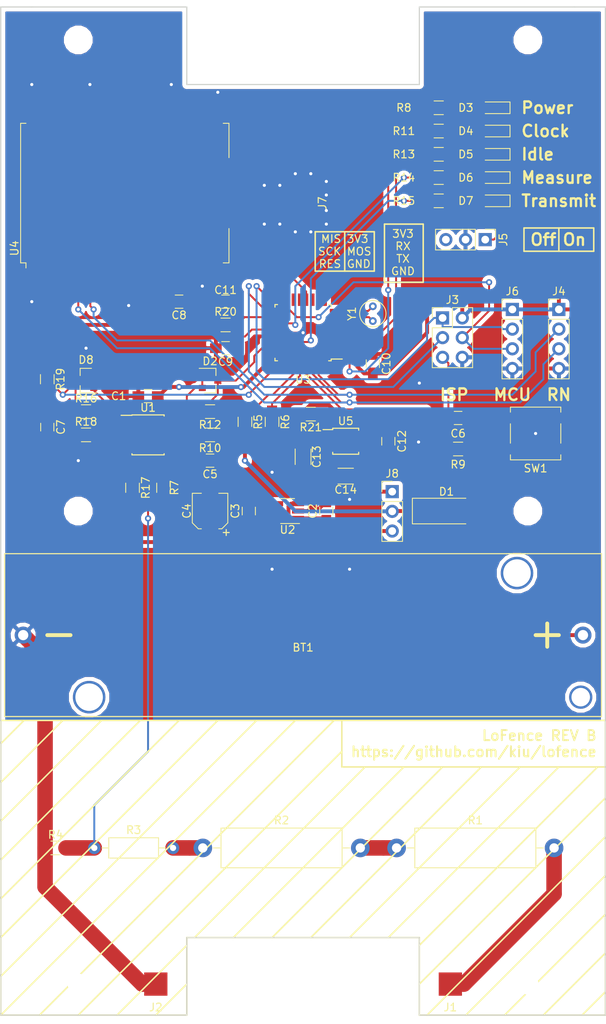
<source format=kicad_pcb>
(kicad_pcb (version 20171130) (host pcbnew "(5.1.6)-1")
  (layers (0 F.Cu signal) (31 B.Cu signal) (34 B.Paste user) (35 F.Paste user) (36 B.SilkS user) (37 F.SilkS user) (38 B.Mask user) (39 F.Mask user) (44 Edge.Cuts user))
  (net 0 "")
  (net 1 GND)
  (net 2 +3V3)
  (net 3 MCU_RESET)
  (net 4 ADC_POWER)
  (net 5 ADC+)
  (net 6 ADC-)
  (net 7 "Net-(D2-Pad1)")
  (net 8 MCU_SCK)
  (net 9 RN_RESET)
  (net 10 RN_TX)
  (net 11 RN_RX)
  (net 12 PROBE)
  (net 13 BAT_ADC)
  (net 14 BAT_VCC)
  (net 15 BAT_GND)
  (net 16 "Net-(R10-Pad2)")
  (net 17 AVCC)
  (net 18 "Net-(BT1-Pad1)")
  (net 19 "Net-(D4-Pad2)")
  (net 20 "Net-(D5-Pad2)")
  (net 21 "Net-(D6-Pad2)")
  (net 22 "Net-(D7-Pad2)")
  (net 23 MCU_MISO)
  (net 24 MCU_MOSI)
  (net 25 "Net-(J7-Pad1)")
  (net 26 LED_CLK)
  (net 27 LED_IDLE)
  (net 28 LED_MSR)
  (net 29 LED_TX)
  (net 30 "Net-(D3-Pad2)")
  (net 31 "Net-(D8-Pad1)")
  (net 32 "Net-(U3-Pad8)")
  (net 33 "Net-(C9-Pad1)")
  (net 34 "Net-(D3-Pad1)")
  (net 35 "Net-(J1-Pad1)")
  (net 36 "Net-(R1-Pad1)")
  (net 37 "Net-(R2-Pad1)")
  (net 38 "Net-(U3-Pad7)")
  (net 39 "Net-(R7-Pad1)")
  (net 40 "Net-(R16-Pad2)")
  (net 41 "Net-(R18-Pad2)")
  (net 42 VCC_LDO)
  (net 43 "Net-(C12-Pad2)")
  (net 44 "Net-(C12-Pad1)")
  (net 45 VCC_BBC)
  (net 46 "Net-(R21-Pad1)")
  (module kiu-footprint:18650HolderTHT (layer F.Cu) (at 74 118 180)
    (fp_text reference BT1 (at 0 -1.6 180) (layer F.SilkS))
    (fp_text value Battery_Cell)
    (pad "" np_thru_hole circle (at -35.82 -8 180) (size 3 3) (drill 2.39) (layers *.Cu *.Mask))
    (pad "" np_thru_hole circle (at -27.6 8 180) (size 4.2 4.2) (drill 3.55) (layers *.Cu *.Mask))
    (pad "" np_thru_hole circle (at 27.6 -8 180) (size 4.2 4.2) (drill 3.55) (layers *.Cu *.Mask))
    (pad 2 thru_hole circle (at 36.11 0 180) (size 2.2 2.2) (drill 1.32) (layers *.Cu *.Mask) (net 1 GND))
    (pad 1 thru_hole circle (at -36.11 0 180) (size 2.2 2.2) (drill 1.32) (layers *.Cu *.Mask) (net 18 "Net-(BT1-Pad1)"))
  )
  (module Buttons_Switches_SMD:SW_SPST_B3SL-1002P (layer F.Cu) (at 104 92 180)
    (fp_text reference SW1 (at 0 -4.5 180) (layer F.SilkS))
    (fp_text value RESET)
    (pad 2 smd rect (at -2.875 2 180) (size 2.75 1) (layers F.Cu F.Paste F.Mask) (net 1 GND))
    (pad 2 smd rect (at 2.875 2 180) (size 2.75 1) (layers F.Cu F.Paste F.Mask) (net 1 GND))
    (pad 1 smd rect (at 2.875 -2 180) (size 2.75 1) (layers F.Cu F.Paste F.Mask) (net 3 MCU_RESET))
    (pad 1 smd rect (at -2.875 -2 180) (size 2.75 1) (layers F.Cu F.Paste F.Mask) (net 3 MCU_RESET))
  )
  (module Capacitors_SMD:C_0805_HandSoldering (layer F.Cu) (at 64 81 180)
    (fp_text reference C9 (at 0 -1.75 180) (layer F.SilkS))
    (fp_text value 100nF)
    (pad 1 smd rect (at -1.25 0 180) (size 1.5 1.25) (layers F.Cu F.Paste F.Mask) (net 33 "Net-(C9-Pad1)"))
    (pad 2 smd rect (at 1.25 0 180) (size 1.5 1.25) (layers F.Cu F.Paste F.Mask) (net 1 GND))
  )
  (module Capacitors_SMD:C_0805_HandSoldering (layer F.Cu) (at 54 87.18 180)
    (fp_text reference C1 (at 3.79 0 180) (layer F.SilkS))
    (fp_text value 100nF)
    (pad 1 smd rect (at -1.25 0 180) (size 1.5 1.25) (layers F.Cu F.Paste F.Mask) (net 4 ADC_POWER))
    (pad 2 smd rect (at 1.25 0 180) (size 1.5 1.25) (layers F.Cu F.Paste F.Mask) (net 1 GND))
  )
  (module Capacitors_SMD:C_0805_HandSoldering (layer F.Cu) (at 94 90)
    (fp_text reference C6 (at 0 2) (layer F.SilkS))
    (fp_text value 100nF)
    (pad 1 smd rect (at -1.25 0) (size 1.5 1.25) (layers F.Cu F.Paste F.Mask) (net 3 MCU_RESET))
    (pad 2 smd rect (at 1.25 0) (size 1.5 1.25) (layers F.Cu F.Paste F.Mask) (net 1 GND))
  )
  (module Capacitors_SMD:C_0805_HandSoldering (layer F.Cu) (at 64 75)
    (fp_text reference C11 (at 0 -1.5) (layer F.SilkS))
    (fp_text value 100nF)
    (pad 1 smd rect (at -1.25 0) (size 1.5 1.25) (layers F.Cu F.Paste F.Mask) (net 1 GND))
    (pad 2 smd rect (at 1.25 0) (size 1.5 1.25) (layers F.Cu F.Paste F.Mask) (net 17 AVCC))
  )
  (module Resistors_SMD:R_0805_HandSoldering (layer F.Cu) (at 42.063823 145.441599)
    (fp_text reference R4 (at 0 -1.7) (layer F.SilkS))
    (fp_text value 3k9)
    (pad 1 smd rect (at -1.35 0) (size 1.5 1.3) (layers F.Cu F.Paste F.Mask) (net 1 GND))
    (pad 2 smd rect (at 1.35 0) (size 1.5 1.3) (layers F.Cu F.Paste F.Mask) (net 12 PROBE))
  )
  (module Resistors_SMD:R_0805_HandSoldering (layer F.Cu) (at 70 90.5 270)
    (fp_text reference R6 (at 0 -1.7 270) (layer F.SilkS))
    (fp_text value 232R)
    (pad 1 smd rect (at -1.35 0 270) (size 1.5 1.3) (layers F.Cu F.Paste F.Mask) (net 15 BAT_GND))
    (pad 2 smd rect (at 1.35 0 270) (size 1.5 1.3) (layers F.Cu F.Paste F.Mask) (net 13 BAT_ADC))
  )
  (module Resistors_SMD:R_0805_HandSoldering (layer F.Cu) (at 56 99 270)
    (fp_text reference R7 (at 0 -1.397 270) (layer F.SilkS))
    (fp_text value 100k)
    (pad 1 smd rect (at -1.35 0 270) (size 1.5 1.3) (layers F.Cu F.Paste F.Mask) (net 39 "Net-(R7-Pad1)"))
    (pad 2 smd rect (at 1.35 0 270) (size 1.5 1.3) (layers F.Cu F.Paste F.Mask) (net 12 PROBE))
  )
  (module Resistors_SMD:R_0805_HandSoldering (layer F.Cu) (at 94 94 180)
    (fp_text reference R9 (at 0 -2 180) (layer F.SilkS))
    (fp_text value 4k7)
    (pad 1 smd rect (at -1.35 0 180) (size 1.5 1.3) (layers F.Cu F.Paste F.Mask) (net 2 +3V3))
    (pad 2 smd rect (at 1.35 0 180) (size 1.5 1.3) (layers F.Cu F.Paste F.Mask) (net 3 MCU_RESET))
  )
  (module Resistors_SMD:R_0805_HandSoldering (layer F.Cu) (at 62 92.18 180)
    (fp_text reference R10 (at 0 -1.7 180) (layer F.SilkS))
    (fp_text value 100k)
    (pad 1 smd rect (at -1.35 0 180) (size 1.5 1.3) (layers F.Cu F.Paste F.Mask) (net 5 ADC+))
    (pad 2 smd rect (at 1.35 0 180) (size 1.5 1.3) (layers F.Cu F.Paste F.Mask) (net 16 "Net-(R10-Pad2)"))
  )
  (module Resistors_SMD:R_0805_HandSoldering (layer F.Cu) (at 91.5 56 180)
    (fp_text reference R13 (at 4.5 0 180) (layer F.SilkS))
    (fp_text value R)
    (pad 1 smd rect (at -1.35 0 180) (size 1.5 1.3) (layers F.Cu F.Paste F.Mask) (net 20 "Net-(D5-Pad2)"))
    (pad 2 smd rect (at 1.35 0 180) (size 1.5 1.3) (layers F.Cu F.Paste F.Mask) (net 27 LED_IDLE))
  )
  (module Resistors_SMD:R_0805_HandSoldering (layer F.Cu) (at 91.5 59 180)
    (fp_text reference R14 (at 4.5 0 180) (layer F.SilkS))
    (fp_text value R)
    (pad 1 smd rect (at -1.35 0 180) (size 1.5 1.3) (layers F.Cu F.Paste F.Mask) (net 21 "Net-(D6-Pad2)"))
    (pad 2 smd rect (at 1.35 0 180) (size 1.5 1.3) (layers F.Cu F.Paste F.Mask) (net 28 LED_MSR))
  )
  (module Resistors_SMD:R_0805_HandSoldering (layer F.Cu) (at 91.5 62 180)
    (fp_text reference R15 (at 4.5 0 180) (layer F.SilkS))
    (fp_text value R)
    (pad 1 smd rect (at -1.35 0 180) (size 1.5 1.3) (layers F.Cu F.Paste F.Mask) (net 22 "Net-(D7-Pad2)"))
    (pad 2 smd rect (at 1.35 0 180) (size 1.5 1.3) (layers F.Cu F.Paste F.Mask) (net 29 LED_TX))
  )
  (module TO_SOT_Packages_SMD:SOT-23-5_HandSoldering (layer F.Cu) (at 72 102 180)
    (fp_text reference U2 (at 0 -2.414502 180) (layer F.SilkS))
    (fp_text value MIC5504-3.3YM5)
    (pad 1 smd rect (at -1.35 -0.95 180) (size 1.56 0.65) (layers F.Cu F.Paste F.Mask) (net 42 VCC_LDO))
    (pad 2 smd rect (at -1.35 0 180) (size 1.56 0.65) (layers F.Cu F.Paste F.Mask) (net 1 GND))
    (pad 3 smd rect (at -1.35 0.95 180) (size 1.56 0.65) (layers F.Cu F.Paste F.Mask) (net 42 VCC_LDO))
    (pad 4 smd rect (at 1.35 0.95 180) (size 1.56 0.65) (layers F.Cu F.Paste F.Mask))
    (pad 5 smd rect (at 1.35 -0.95 180) (size 1.56 0.65) (layers F.Cu F.Paste F.Mask) (net 2 +3V3))
  )
  (module Capacitors_SMD:C_0805_HandSoldering (layer F.Cu) (at 77 102 90)
    (fp_text reference C2 (at 0 -1.75 90) (layer F.SilkS))
    (fp_text value 1.0uF)
    (pad 1 smd rect (at -1.25 0 90) (size 1.5 1.25) (layers F.Cu F.Paste F.Mask) (net 42 VCC_LDO))
    (pad 2 smd rect (at 1.25 0 90) (size 1.5 1.25) (layers F.Cu F.Paste F.Mask) (net 1 GND))
  )
  (module Capacitors_SMD:C_0805_HandSoldering (layer F.Cu) (at 67 102 90)
    (fp_text reference C3 (at 0 -1.75 90) (layer F.SilkS))
    (fp_text value 1.0uF)
    (pad 1 smd rect (at -1.25 0 90) (size 1.5 1.25) (layers F.Cu F.Paste F.Mask) (net 2 +3V3))
    (pad 2 smd rect (at 1.25 0 90) (size 1.5 1.25) (layers F.Cu F.Paste F.Mask) (net 1 GND))
  )
  (module LEDs:LED_0805_HandSoldering (layer F.Cu) (at 98.5 53 180)
    (fp_text reference D4 (at 3.5 0 180) (layer F.SilkS))
    (fp_text value LED)
    (pad 2 smd rect (at 1.35 0 180) (size 1.5 1.3) (layers F.Cu F.Paste F.Mask) (net 19 "Net-(D4-Pad2)"))
    (pad 1 smd rect (at -1.35 0 180) (size 1.5 1.3) (layers F.Cu F.Paste F.Mask) (net 34 "Net-(D3-Pad1)"))
  )
  (module LEDs:LED_0805_HandSoldering (layer F.Cu) (at 98.5 56 180)
    (fp_text reference D5 (at 3.5 0 180) (layer F.SilkS))
    (fp_text value LED)
    (pad 1 smd rect (at -1.35 0 180) (size 1.5 1.3) (layers F.Cu F.Paste F.Mask) (net 34 "Net-(D3-Pad1)"))
    (pad 2 smd rect (at 1.35 0 180) (size 1.5 1.3) (layers F.Cu F.Paste F.Mask) (net 20 "Net-(D5-Pad2)"))
  )
  (module LEDs:LED_0805_HandSoldering (layer F.Cu) (at 98.5 59 180)
    (fp_text reference D6 (at 3.5 0 180) (layer F.SilkS))
    (fp_text value LED)
    (pad 2 smd rect (at 1.35 0 180) (size 1.5 1.3) (layers F.Cu F.Paste F.Mask) (net 21 "Net-(D6-Pad2)"))
    (pad 1 smd rect (at -1.35 0 180) (size 1.5 1.3) (layers F.Cu F.Paste F.Mask) (net 34 "Net-(D3-Pad1)"))
  )
  (module Resistors_SMD:R_0805_HandSoldering (layer F.Cu) (at 46 92.18)
    (fp_text reference R18 (at 0 -1.7) (layer F.SilkS))
    (fp_text value 100k)
    (pad 2 smd rect (at 1.35 0) (size 1.5 1.3) (layers F.Cu F.Paste F.Mask) (net 41 "Net-(R18-Pad2)"))
    (pad 1 smd rect (at -1.35 0) (size 1.5 1.3) (layers F.Cu F.Paste F.Mask) (net 1 GND))
  )
  (module Resistors_SMD:R_0805_HandSoldering (layer F.Cu) (at 41 85 270)
    (fp_text reference R19 (at 0 -1.7 270) (layer F.SilkS))
    (fp_text value 1M)
    (pad 2 smd rect (at 1.35 0 270) (size 1.5 1.3) (layers F.Cu F.Paste F.Mask) (net 6 ADC-))
    (pad 1 smd rect (at -1.35 0 270) (size 1.5 1.3) (layers F.Cu F.Paste F.Mask) (net 1 GND))
  )
  (module Resistors_SMD:R_0805_HandSoldering (layer F.Cu) (at 64 78)
    (fp_text reference R20 (at 0 -1.7) (layer F.SilkS))
    (fp_text value 47R)
    (pad 1 smd rect (at -1.35 0) (size 1.5 1.3) (layers F.Cu F.Paste F.Mask) (net 2 +3V3))
    (pad 2 smd rect (at 1.35 0) (size 1.5 1.3) (layers F.Cu F.Paste F.Mask) (net 17 AVCC))
  )
  (module Crystals:Crystal_Round_d3.0mm_Vertical (layer F.Cu) (at 83 77.5 90)
    (fp_text reference Y1 (at 0.95 -2.7 90) (layer F.SilkS))
    (fp_text value "32768 Hz")
    (pad 2 thru_hole circle (at 1.9 0 90) (size 1 1) (drill 0.5) (layers *.Cu *.Mask) (net 32 "Net-(U3-Pad8)"))
    (pad 1 thru_hole circle (at 0 0 90) (size 1 1) (drill 0.5) (layers *.Cu *.Mask) (net 38 "Net-(U3-Pad7)"))
  )
  (module Capacitors_SMD:C_0805_HandSoldering (layer F.Cu) (at 41 91.18 270)
    (fp_text reference C7 (at 0 -1.75 270) (layer F.SilkS))
    (fp_text value 100nF)
    (pad 1 smd rect (at -1.25 0 270) (size 1.5 1.25) (layers F.Cu F.Paste F.Mask) (net 6 ADC-))
    (pad 2 smd rect (at 1.25 0 270) (size 1.5 1.25) (layers F.Cu F.Paste F.Mask) (net 1 GND))
  )
  (module Capacitors_SMD:C_0805_HandSoldering (layer F.Cu) (at 58 75 180)
    (fp_text reference C8 (at 0 -1.75 180) (layer F.SilkS))
    (fp_text value 100nF)
    (pad 2 smd rect (at 1.25 0 180) (size 1.5 1.25) (layers F.Cu F.Paste F.Mask) (net 2 +3V3))
    (pad 1 smd rect (at -1.25 0 180) (size 1.5 1.25) (layers F.Cu F.Paste F.Mask) (net 1 GND))
  )
  (module Capacitors_SMD:C_0805_HandSoldering (layer F.Cu) (at 83 83 270)
    (fp_text reference C10 (at 0 -1.75 270) (layer F.SilkS))
    (fp_text value 100nF)
    (pad 2 smd rect (at 1.25 0 270) (size 1.5 1.25) (layers F.Cu F.Paste F.Mask) (net 2 +3V3))
    (pad 1 smd rect (at -1.25 0 270) (size 1.5 1.25) (layers F.Cu F.Paste F.Mask) (net 1 GND))
  )
  (module LEDs:LED_0805_HandSoldering (layer F.Cu) (at 98.5 50 180)
    (fp_text reference D3 (at 3.5 0 180) (layer F.SilkS))
    (fp_text value LED)
    (pad 1 smd rect (at -1.35 0 180) (size 1.5 1.3) (layers F.Cu F.Paste F.Mask) (net 34 "Net-(D3-Pad1)"))
    (pad 2 smd rect (at 1.35 0 180) (size 1.5 1.3) (layers F.Cu F.Paste F.Mask) (net 30 "Net-(D3-Pad2)"))
  )
  (module TO_SOT_Packages_SMD:SOT-23 (layer F.Cu) (at 46 85.18 180)
    (fp_text reference D8 (at 0 2.68 180) (layer F.SilkS))
    (fp_text value BAV70LT)
    (pad 3 smd rect (at 1 0 180) (size 0.9 0.8) (layers F.Cu F.Paste F.Mask) (net 6 ADC-))
    (pad 2 smd rect (at -1 0.95 180) (size 0.9 0.8) (layers F.Cu F.Paste F.Mask) (net 31 "Net-(D8-Pad1)"))
    (pad 1 smd rect (at -1 -0.95 180) (size 0.9 0.8) (layers F.Cu F.Paste F.Mask) (net 31 "Net-(D8-Pad1)"))
  )
  (module Resistors_SMD:R_0805_HandSoldering (layer F.Cu) (at 91.5 50 180)
    (fp_text reference R8 (at 4.5 0 180) (layer F.SilkS))
    (fp_text value R)
    (pad 2 smd rect (at 1.35 0 180) (size 1.5 1.3) (layers F.Cu F.Paste F.Mask) (net 2 +3V3))
    (pad 1 smd rect (at -1.35 0 180) (size 1.5 1.3) (layers F.Cu F.Paste F.Mask) (net 30 "Net-(D3-Pad2)"))
  )
  (module Resistors_SMD:R_0805_HandSoldering (layer F.Cu) (at 91.5 53 180)
    (fp_text reference R11 (at 4.5 0 180) (layer F.SilkS))
    (fp_text value R)
    (pad 1 smd rect (at -1.35 0 180) (size 1.5 1.3) (layers F.Cu F.Paste F.Mask) (net 19 "Net-(D4-Pad2)"))
    (pad 2 smd rect (at 1.35 0 180) (size 1.5 1.3) (layers F.Cu F.Paste F.Mask) (net 26 LED_CLK))
  )
  (module kiu-footprint:RN2483_serial (layer F.Cu) (at 51 61 90)
    (fp_text reference U4 (at -7.112 -14.224 90) (layer F.SilkS))
    (fp_text value RN2483)
    (pad 1 smd rect (at -9.89 -12.065 90) (size 3.524 1.016) (layers F.Cu F.Paste F.Mask) (net 1 GND))
    (pad 6 smd rect (at -9.89 -5.715 90) (size 3.524 1.016) (layers F.Cu F.Paste F.Mask) (net 10 RN_TX))
    (pad 7 smd rect (at -9.89 -4.445 90) (size 3.524 1.016) (layers F.Cu F.Paste F.Mask) (net 11 RN_RX))
    (pad 8 smd rect (at -9.89 -3.175 90) (size 3.524 1.016) (layers F.Cu F.Paste F.Mask) (net 1 GND))
    (pad 11 smd rect (at -9.89 0.635 90) (size 3.524 1.016) (layers F.Cu F.Paste F.Mask) (net 1 GND))
    (pad 12 smd rect (at -9.89 1.905 90) (size 3.524 1.016) (layers F.Cu F.Paste F.Mask) (net 2 +3V3))
    (pad 20 smd rect (at -9.89 12.065 90) (size 3.524 1.016) (layers F.Cu F.Paste F.Mask) (net 1 GND))
    (pad 21 smd rect (at -3.81 14.335 180) (size 3.524 1.016) (layers F.Cu F.Paste F.Mask) (net 1 GND))
    (pad 22 smd rect (at -2.54 14.335 180) (size 3.524 1.016) (layers F.Cu F.Paste F.Mask) (net 1 GND))
    (pad 23 smd rect (at -1.27 14.335 180) (size 3.524 1.016) (layers F.Cu F.Paste F.Mask) (net 25 "Net-(J7-Pad1)"))
    (pad 24 smd rect (at 0 14.335 180) (size 3.524 1.016) (layers F.Cu F.Paste F.Mask) (net 1 GND))
    (pad 26 smd rect (at 2.54 14.335 180) (size 3.524 1.016) (layers F.Cu F.Paste F.Mask) (net 1 GND))
    (pad 27 smd rect (at 3.81 14.335 180) (size 3.524 1.016) (layers F.Cu F.Paste F.Mask) (net 1 GND))
    (pad 28 smd rect (at 9.89 12.065 90) (size 3.524 1.016) (layers F.Cu F.Paste F.Mask) (net 1 GND))
    (pad 32 smd rect (at 9.89 6.985 90) (size 3.524 1.016) (layers F.Cu F.Paste F.Mask) (net 9 RN_RESET))
    (pad 33 smd rect (at 9.89 5.715 90) (size 3.524 1.016) (layers F.Cu F.Paste F.Mask) (net 1 GND))
    (pad 34 smd rect (at 9.89 4.445 90) (size 3.524 1.016) (layers F.Cu F.Paste F.Mask) (net 2 +3V3))
    (pad 41 smd rect (at 9.89 -4.445 90) (size 3.524 1.016) (layers F.Cu F.Paste F.Mask) (net 1 GND))
    (pad 47 smd rect (at 9.89 -12.065 90) (size 3.524 1.016) (layers F.Cu F.Paste F.Mask) (net 1 GND))
  )
  (module Capacitors_SMD:CP_Elec_4x5.7 (layer F.Cu) (at 62 102 90)
    (fp_text reference C4 (at 0 -3 90) (layer F.SilkS))
    (fp_text value 10uF)
    (fp_text user + (at -2.77 2.01 90) (layer F.SilkS))
    (pad 2 smd rect (at 1.8 0 270) (size 2.6 1.6) (layers F.Cu F.Paste F.Mask) (net 1 GND))
    (pad 1 smd rect (at -1.8 0 270) (size 2.6 1.6) (layers F.Cu F.Paste F.Mask) (net 2 +3V3))
  )
  (module Capacitors_SMD:C_0805_HandSoldering (layer F.Cu) (at 62 95.5 180)
    (fp_text reference C5 (at 0 -1.75 180) (layer F.SilkS))
    (fp_text value 100nF)
    (pad 2 smd rect (at 1.25 0 180) (size 1.5 1.25) (layers F.Cu F.Paste F.Mask) (net 1 GND))
    (pad 1 smd rect (at -1.25 0 180) (size 1.5 1.25) (layers F.Cu F.Paste F.Mask) (net 5 ADC+))
  )
  (module TO_SOT_Packages_SMD:SOT-23 (layer F.Cu) (at 62 85.18)
    (fp_text reference D2 (at 0 -2.5) (layer F.SilkS))
    (fp_text value BAV70LT)
    (pad 3 smd rect (at 1 0) (size 0.9 0.8) (layers F.Cu F.Paste F.Mask) (net 5 ADC+))
    (pad 2 smd rect (at -1 0.95) (size 0.9 0.8) (layers F.Cu F.Paste F.Mask) (net 7 "Net-(D2-Pad1)"))
    (pad 1 smd rect (at -1 -0.95) (size 0.9 0.8) (layers F.Cu F.Paste F.Mask) (net 7 "Net-(D2-Pad1)"))
  )
  (module LEDs:LED_0805_HandSoldering (layer F.Cu) (at 98.5 62 180)
    (fp_text reference D7 (at 3.5 0 180) (layer F.SilkS))
    (fp_text value LED)
    (pad 2 smd rect (at 1.35 0 180) (size 1.5 1.3) (layers F.Cu F.Paste F.Mask) (net 22 "Net-(D7-Pad2)"))
    (pad 1 smd rect (at -1.35 0 180) (size 1.5 1.3) (layers F.Cu F.Paste F.Mask) (net 34 "Net-(D3-Pad1)"))
  )
  (module Pin_Headers:Pin_Header_Straight_2x03_Pitch2.54mm (layer F.Cu) (at 92 77.1)
    (fp_text reference J3 (at 1.27 -2.33) (layer F.SilkS))
    (fp_text value ISP)
    (pad 6 thru_hole oval (at 2.54 5.08) (size 1.7 1.7) (drill 1) (layers *.Cu *.Mask) (net 1 GND))
    (pad 5 thru_hole oval (at 0 5.08) (size 1.7 1.7) (drill 1) (layers *.Cu *.Mask) (net 3 MCU_RESET))
    (pad 4 thru_hole oval (at 2.54 2.54) (size 1.7 1.7) (drill 1) (layers *.Cu *.Mask) (net 24 MCU_MOSI))
    (pad 3 thru_hole oval (at 0 2.54) (size 1.7 1.7) (drill 1) (layers *.Cu *.Mask) (net 8 MCU_SCK))
    (pad 2 thru_hole oval (at 2.54 0) (size 1.7 1.7) (drill 1) (layers *.Cu *.Mask) (net 2 +3V3))
    (pad 1 thru_hole rect (at 0 0) (size 1.7 1.7) (drill 1) (layers *.Cu *.Mask) (net 23 MCU_MISO))
  )
  (module Pin_Headers:Pin_Header_Straight_1x04_Pitch2.54mm (layer F.Cu) (at 107 76)
    (fp_text reference J4 (at 0 -2.33) (layer F.SilkS))
    (fp_text value "DEBUG RN")
    (pad 1 thru_hole rect (at 0 0) (size 1.7 1.7) (drill 1) (layers *.Cu *.Mask) (net 2 +3V3))
    (pad 2 thru_hole oval (at 0 2.54) (size 1.7 1.7) (drill 1) (layers *.Cu *.Mask) (net 11 RN_RX))
    (pad 3 thru_hole oval (at 0 5.08) (size 1.7 1.7) (drill 1) (layers *.Cu *.Mask) (net 10 RN_TX))
    (pad 4 thru_hole oval (at 0 7.62) (size 1.7 1.7) (drill 1) (layers *.Cu *.Mask) (net 1 GND))
  )
  (module Pin_Headers:Pin_Header_Straight_1x03_Pitch2.54mm (layer F.Cu) (at 97.5 67 270)
    (fp_text reference J5 (at 0 -2.33 270) (layer F.SilkS))
    (fp_text value "DEBUG LED")
    (pad 3 thru_hole oval (at 0 5.08 270) (size 1.7 1.7) (drill 1) (layers *.Cu *.Mask))
    (pad 2 thru_hole oval (at 0 2.54 270) (size 1.7 1.7) (drill 1) (layers *.Cu *.Mask) (net 1 GND))
    (pad 1 thru_hole rect (at 0 0 270) (size 1.7 1.7) (drill 1) (layers *.Cu *.Mask) (net 34 "Net-(D3-Pad1)"))
  )
  (module Pin_Headers:Pin_Header_Straight_1x04_Pitch2.54mm (layer F.Cu) (at 101 76)
    (fp_text reference J6 (at 0 -2.33) (layer F.SilkS))
    (fp_text value "DEBUG MCU")
    (pad 4 thru_hole oval (at 0 7.62) (size 1.7 1.7) (drill 1) (layers *.Cu *.Mask) (net 1 GND))
    (pad 3 thru_hole oval (at 0 5.08) (size 1.7 1.7) (drill 1) (layers *.Cu *.Mask) (net 24 MCU_MOSI))
    (pad 2 thru_hole oval (at 0 2.54) (size 1.7 1.7) (drill 1) (layers *.Cu *.Mask) (net 23 MCU_MISO))
    (pad 1 thru_hole rect (at 0 0) (size 1.7 1.7) (drill 1) (layers *.Cu *.Mask) (net 2 +3V3))
  )
  (module Resistors_ThroughHole:R_Axial_DIN0516_L15.5mm_D5.0mm_P20.32mm_Horizontal (layer F.Cu) (at 86.063823 145.441599)
    (fp_text reference R1 (at 10.16 -3.56) (layer F.SilkS))
    (fp_text value "10M 6KV")
    (pad 2 thru_hole oval (at 20.32 0) (size 2.4 2.4) (drill 1.2) (layers *.Cu *.Mask) (net 35 "Net-(J1-Pad1)"))
    (pad 1 thru_hole circle (at 0 0) (size 2.4 2.4) (drill 1.2) (layers *.Cu *.Mask) (net 36 "Net-(R1-Pad1)"))
  )
  (module Resistors_ThroughHole:R_Axial_DIN0516_L15.5mm_D5.0mm_P20.32mm_Horizontal (layer F.Cu) (at 61.063823 145.441599)
    (fp_text reference R2 (at 10.16 -3.56) (layer F.SilkS))
    (fp_text value "10M 6KV")
    (pad 1 thru_hole circle (at 0 0) (size 2.4 2.4) (drill 1.2) (layers *.Cu *.Mask) (net 37 "Net-(R2-Pad1)"))
    (pad 2 thru_hole oval (at 20.32 0) (size 2.4 2.4) (drill 1.2) (layers *.Cu *.Mask) (net 36 "Net-(R1-Pad1)"))
  )
  (module Resistors_ThroughHole:R_Axial_DIN0207_L6.3mm_D2.5mm_P10.16mm_Horizontal (layer F.Cu) (at 47.063823 145.441599)
    (fp_text reference R3 (at 5.08 -2.31) (layer F.SilkS))
    (fp_text value "1M 700V")
    (pad 2 thru_hole oval (at 10.16 0) (size 1.6 1.6) (drill 0.8) (layers *.Cu *.Mask) (net 37 "Net-(R2-Pad1)"))
    (pad 1 thru_hole circle (at 0 0) (size 1.6 1.6) (drill 0.8) (layers *.Cu *.Mask) (net 12 PROBE))
  )
  (module Resistors_SMD:R_0805_HandSoldering (layer F.Cu) (at 62 89.18 180)
    (fp_text reference R12 (at 0 -1.7 180) (layer F.SilkS))
    (fp_text value 1M)
    (pad 2 smd rect (at 1.35 0 180) (size 1.5 1.3) (layers F.Cu F.Paste F.Mask) (net 5 ADC+))
    (pad 1 smd rect (at -1.35 0 180) (size 1.5 1.3) (layers F.Cu F.Paste F.Mask) (net 1 GND))
  )
  (module Resistors_SMD:R_0805_HandSoldering (layer F.Cu) (at 46 89.18)
    (fp_text reference R16 (at 0 -1.7) (layer F.SilkS))
    (fp_text value 100k)
    (pad 1 smd rect (at -1.35 0) (size 1.5 1.3) (layers F.Cu F.Paste F.Mask) (net 6 ADC-))
    (pad 2 smd rect (at 1.35 0) (size 1.5 1.3) (layers F.Cu F.Paste F.Mask) (net 40 "Net-(R16-Pad2)"))
  )
  (module Resistors_SMD:R_0805_HandSoldering (layer F.Cu) (at 52 99 270)
    (fp_text reference R17 (at 0 -1.7 270) (layer F.SilkS))
    (fp_text value 100k)
    (pad 2 smd rect (at 1.35 0 270) (size 1.5 1.3) (layers F.Cu F.Paste F.Mask) (net 12 PROBE))
    (pad 1 smd rect (at -1.35 0 270) (size 1.5 1.3) (layers F.Cu F.Paste F.Mask) (net 40 "Net-(R16-Pad2)"))
  )
  (module Housings_SOIC:SOIC-8_3.9x4.9mm_Pitch1.27mm (layer F.Cu) (at 54 92.18)
    (fp_text reference U1 (at 0 -3.5) (layer F.SilkS))
    (fp_text value Opamp_Dual_Generic)
    (pad 8 smd rect (at 2.7 -1.905) (size 1.55 0.6) (layers F.Cu F.Paste F.Mask) (net 4 ADC_POWER))
    (pad 7 smd rect (at 2.7 -0.635) (size 1.55 0.6) (layers F.Cu F.Paste F.Mask) (net 7 "Net-(D2-Pad1)"))
    (pad 6 smd rect (at 2.7 0.635) (size 1.55 0.6) (layers F.Cu F.Paste F.Mask) (net 16 "Net-(R10-Pad2)"))
    (pad 5 smd rect (at 2.7 1.905) (size 1.55 0.6) (layers F.Cu F.Paste F.Mask) (net 39 "Net-(R7-Pad1)"))
    (pad 4 smd rect (at -2.7 1.905) (size 1.55 0.6) (layers F.Cu F.Paste F.Mask) (net 1 GND))
    (pad 3 smd rect (at -2.7 0.635) (size 1.55 0.6) (layers F.Cu F.Paste F.Mask) (net 41 "Net-(R18-Pad2)"))
    (pad 2 smd rect (at -2.7 -0.635) (size 1.55 0.6) (layers F.Cu F.Paste F.Mask) (net 40 "Net-(R16-Pad2)"))
    (pad 1 smd rect (at -2.7 -1.905) (size 1.55 0.6) (layers F.Cu F.Paste F.Mask) (net 31 "Net-(D8-Pad1)"))
  )
  (module Housings_QFP:TQFP-32_7x7mm_Pitch0.8mm (layer F.Cu) (at 74 79 180)
    (fp_text reference U3 (at 0 -6.05 180) (layer F.SilkS))
    (fp_text value ATmega328PB-AU)
    (pad 32 smd rect (at -2.8 -4.25 270) (size 1.6 0.55) (layers F.Cu F.Paste F.Mask))
    (pad 31 smd rect (at -2 -4.25 270) (size 1.6 0.55) (layers F.Cu F.Paste F.Mask) (net 11 RN_RX))
    (pad 30 smd rect (at -1.2 -4.25 270) (size 1.6 0.55) (layers F.Cu F.Paste F.Mask) (net 10 RN_TX))
    (pad 29 smd rect (at -0.4 -4.25 270) (size 1.6 0.55) (layers F.Cu F.Paste F.Mask) (net 3 MCU_RESET))
    (pad 28 smd rect (at 0.4 -4.25 270) (size 1.6 0.55) (layers F.Cu F.Paste F.Mask) (net 15 BAT_GND))
    (pad 27 smd rect (at 1.2 -4.25 270) (size 1.6 0.55) (layers F.Cu F.Paste F.Mask) (net 13 BAT_ADC))
    (pad 26 smd rect (at 2 -4.25 270) (size 1.6 0.55) (layers F.Cu F.Paste F.Mask))
    (pad 25 smd rect (at 2.8 -4.25 270) (size 1.6 0.55) (layers F.Cu F.Paste F.Mask) (net 6 ADC-))
    (pad 24 smd rect (at 4.25 -2.8 180) (size 1.6 0.55) (layers F.Cu F.Paste F.Mask) (net 4 ADC_POWER))
    (pad 23 smd rect (at 4.25 -2 180) (size 1.6 0.55) (layers F.Cu F.Paste F.Mask) (net 5 ADC+))
    (pad 22 smd rect (at 4.25 -1.2 180) (size 1.6 0.55) (layers F.Cu F.Paste F.Mask) (net 29 LED_TX))
    (pad 21 smd rect (at 4.25 -0.4 180) (size 1.6 0.55) (layers F.Cu F.Paste F.Mask) (net 1 GND))
    (pad 20 smd rect (at 4.25 0.4 180) (size 1.6 0.55) (layers F.Cu F.Paste F.Mask) (net 33 "Net-(C9-Pad1)"))
    (pad 19 smd rect (at 4.25 1.2 180) (size 1.6 0.55) (layers F.Cu F.Paste F.Mask) (net 28 LED_MSR))
    (pad 18 smd rect (at 4.25 2 180) (size 1.6 0.55) (layers F.Cu F.Paste F.Mask) (net 17 AVCC))
    (pad 17 smd rect (at 4.25 2.8 180) (size 1.6 0.55) (layers F.Cu F.Paste F.Mask) (net 8 MCU_SCK))
    (pad 16 smd rect (at 2.8 4.25 270) (size 1.6 0.55) (layers F.Cu F.Paste F.Mask) (net 23 MCU_MISO))
    (pad 15 smd rect (at 2 4.25 270) (size 1.6 0.55) (layers F.Cu F.Paste F.Mask) (net 24 MCU_MOSI))
    (pad 14 smd rect (at 1.2 4.25 270) (size 1.6 0.55) (layers F.Cu F.Paste F.Mask))
    (pad 13 smd rect (at 0.4 4.25 270) (size 1.6 0.55) (layers F.Cu F.Paste F.Mask))
    (pad 12 smd rect (at -0.4 4.25 270) (size 1.6 0.55) (layers F.Cu F.Paste F.Mask) (net 9 RN_RESET))
    (pad 11 smd rect (at -1.2 4.25 270) (size 1.6 0.55) (layers F.Cu F.Paste F.Mask))
    (pad 10 smd rect (at -2 4.25 270) (size 1.6 0.55) (layers F.Cu F.Paste F.Mask))
    (pad 9 smd rect (at -2.8 4.25 270) (size 1.6 0.55) (layers F.Cu F.Paste F.Mask))
    (pad 8 smd rect (at -4.25 2.8 180) (size 1.6 0.55) (layers F.Cu F.Paste F.Mask) (net 32 "Net-(U3-Pad8)"))
    (pad 7 smd rect (at -4.25 2 180) (size 1.6 0.55) (layers F.Cu F.Paste F.Mask) (net 38 "Net-(U3-Pad7)"))
    (pad 6 smd rect (at -4.25 1.2 180) (size 1.6 0.55) (layers F.Cu F.Paste F.Mask) (net 27 LED_IDLE))
    (pad 5 smd rect (at -4.25 0.4 180) (size 1.6 0.55) (layers F.Cu F.Paste F.Mask) (net 1 GND))
    (pad 4 smd rect (at -4.25 -0.4 180) (size 1.6 0.55) (layers F.Cu F.Paste F.Mask) (net 2 +3V3))
    (pad 3 smd rect (at -4.25 -1.2 180) (size 1.6 0.55) (layers F.Cu F.Paste F.Mask) (net 26 LED_CLK))
    (pad 2 smd rect (at -4.25 -2 180) (size 1.6 0.55) (layers F.Cu F.Paste F.Mask))
    (pad 1 smd rect (at -4.25 -2.8 180) (size 1.6 0.55) (layers F.Cu F.Paste F.Mask))
  )
  (module Mounting_Holes:MountingHole_2.7mm_M2.5 (layer F.Cu) (at 103 163 90)
    (fp_text reference MH1 hide)
    (fp_text value MountingHole)
    (pad 1 np_thru_hole circle (at 0 0 90) (size 2.7 2.7) (drill 2.7) (layers *.Cu *.Mask))
  )
  (module Mounting_Holes:MountingHole_2.7mm_M2.5 (layer F.Cu) (at 103 102 90)
    (fp_text reference MH2 hide)
    (fp_text value MountingHole)
    (pad 1 np_thru_hole circle (at 0 0 90) (size 2.7 2.7) (drill 2.7) (layers *.Cu *.Mask))
  )
  (module Mounting_Holes:MountingHole_2.7mm_M2.5 (layer F.Cu) (at 103 41.25 90)
    (fp_text reference MH3 hide)
    (fp_text value MountingHole)
    (pad 1 np_thru_hole circle (at 0 0 90) (size 2.7 2.7) (drill 2.7) (layers *.Cu *.Mask))
  )
  (module Mounting_Holes:MountingHole_2.7mm_M2.5 (layer F.Cu) (at 45 41.25 90)
    (fp_text reference MH4 hide)
    (fp_text value MountingHole)
    (pad 1 np_thru_hole circle (at 0 0 90) (size 2.7 2.7) (drill 2.7) (layers *.Cu *.Mask))
  )
  (module Mounting_Holes:MountingHole_2.7mm_M2.5 (layer F.Cu) (at 45 102 90)
    (fp_text reference MH5 hide)
    (fp_text value MountingHole)
    (pad 1 np_thru_hole circle (at 0 0 90) (size 2.7 2.7) (drill 2.7) (layers *.Cu *.Mask))
  )
  (module Mounting_Holes:MountingHole_2.7mm_M2.5 (layer F.Cu) (at 45 163 90)
    (fp_text reference MH6 hide)
    (fp_text value MountingHole)
    (pad 1 np_thru_hole circle (at 0 0 90) (size 2.7 2.7) (drill 2.7) (layers *.Cu *.Mask))
  )
  (module Diodes_SMD:D_SMA_Handsoldering (layer F.Cu) (at 92.5 102)
    (fp_text reference D1 (at 0 -2.5) (layer F.SilkS))
    (fp_text value D_Schottky)
    (pad 2 smd rect (at 2.5 0) (size 3.5 1.8) (layers F.Cu F.Paste F.Mask) (net 18 "Net-(BT1-Pad1)"))
    (pad 1 smd rect (at -2.5 0) (size 3.5 1.8) (layers F.Cu F.Paste F.Mask) (net 14 BAT_VCC))
  )
  (module Measurement_Points:Measurement_Point_Square-SMD-Pad_Big (layer F.Cu) (at 93 163 180)
    (fp_text reference J1 (at 0 -3 180) (layer F.SilkS))
    (fp_text value Fence+)
    (pad 1 smd rect (at 0 0 180) (size 3 3) (layers F.Cu F.Mask) (net 35 "Net-(J1-Pad1)"))
  )
  (module Measurement_Points:Measurement_Point_Square-SMD-Pad_Big (layer F.Cu) (at 55 163 180)
    (fp_text reference J2 (at 0 -3 180) (layer F.SilkS))
    (fp_text value Fence-)
    (pad 1 smd rect (at 0 0 180) (size 3 3) (layers F.Cu F.Mask) (net 1 GND))
  )
  (module Resistors_SMD:R_0805_HandSoldering (layer F.Cu) (at 66.5 90.5 270)
    (fp_text reference R5 (at 0 -1.7 270) (layer F.SilkS))
    (fp_text value 232R)
    (pad 2 smd rect (at 1.35 0 270) (size 1.5 1.3) (layers F.Cu F.Paste F.Mask) (net 14 BAT_VCC))
    (pad 1 smd rect (at -1.35 0 270) (size 1.5 1.3) (layers F.Cu F.Paste F.Mask) (net 13 BAT_ADC))
  )
  (module kiu-footprint:U.FL (layer F.Cu) (at 74 62.3 270)
    (fp_text reference J7 (at 0 -2.5 270) (layer F.SilkS))
    (fp_text value 868)
    (pad 1 smd rect (at 0 1.75 270) (size 1 1.5) (layers F.Cu F.Paste F.Mask) (net 25 "Net-(J7-Pad1)"))
    (pad 2 smd rect (at 1.7 -0.05 270) (size 1.5 2.2) (layers F.Cu F.Paste F.Mask) (net 1 GND))
    (pad 2 smd rect (at -1.7 -0.05 270) (size 1.5 2.2) (layers F.Cu F.Paste F.Mask) (net 1 GND))
  )
  (module Capacitors_SMD:C_0805_HandSoldering (layer F.Cu) (at 85 93 270)
    (fp_text reference C12 (at 0 -1.75 270) (layer F.SilkS))
    (fp_text value 1uF)
    (pad 2 smd rect (at 1.25 0 270) (size 1.5 1.25) (layers F.Cu F.Paste F.Mask) (net 43 "Net-(C12-Pad2)"))
    (pad 1 smd rect (at -1.25 0 270) (size 1.5 1.25) (layers F.Cu F.Paste F.Mask) (net 44 "Net-(C12-Pad1)"))
  )
  (module Capacitors_SMD:C_1206_HandSoldering (layer F.Cu) (at 74 95 270)
    (fp_text reference C13 (at 0 -1.75 270) (layer F.SilkS))
    (fp_text value 10uF)
    (pad 1 smd rect (at -2 0 270) (size 2 1.6) (layers F.Cu F.Paste F.Mask) (net 2 +3V3))
    (pad 2 smd rect (at 2 0 270) (size 2 1.6) (layers F.Cu F.Paste F.Mask) (net 1 GND))
  )
  (module Capacitors_SMD:C_1206_HandSoldering (layer F.Cu) (at 79.5 97.5 180)
    (fp_text reference C14 (at 0 -1.75 180) (layer F.SilkS))
    (fp_text value 10uF)
    (pad 2 smd rect (at 2 0 180) (size 2 1.6) (layers F.Cu F.Paste F.Mask) (net 1 GND))
    (pad 1 smd rect (at -2 0 180) (size 2 1.6) (layers F.Cu F.Paste F.Mask) (net 45 VCC_BBC))
  )
  (module Pin_Headers:Pin_Header_Straight_1x03_Pitch2.54mm (layer F.Cu) (at 85.5 99.5)
    (fp_text reference J8 (at 0 -2.33) (layer F.SilkS))
    (fp_text value PWR)
    (pad 3 thru_hole oval (at 0 5.08) (size 1.7 1.7) (drill 1) (layers *.Cu *.Mask) (net 42 VCC_LDO))
    (pad 2 thru_hole oval (at 0 2.54) (size 1.7 1.7) (drill 1) (layers *.Cu *.Mask) (net 14 BAT_VCC))
    (pad 1 thru_hole rect (at 0 0) (size 1.7 1.7) (drill 1) (layers *.Cu *.Mask) (net 45 VCC_BBC))
  )
  (module Resistors_SMD:R_0805_HandSoldering (layer F.Cu) (at 75 89.5 180)
    (fp_text reference R21 (at 0 -1.7 180) (layer F.SilkS))
    (fp_text value 100k)
    (pad 2 smd rect (at 1.35 0 180) (size 1.5 1.3) (layers F.Cu F.Paste F.Mask) (net 2 +3V3))
    (pad 1 smd rect (at -1.35 0 180) (size 1.5 1.3) (layers F.Cu F.Paste F.Mask) (net 46 "Net-(R21-Pad1)"))
  )
  (module Housings_SSOP:MSOP-8_3x3mm_Pitch0.65mm (layer F.Cu) (at 79.5 93)
    (fp_text reference U5 (at 0 -2.6) (layer F.SilkS))
    (fp_text value MCP125x)
    (pad 8 smd rect (at 2.2 -0.975) (size 1.45 0.45) (layers F.Cu F.Paste F.Mask) (net 45 VCC_BBC))
    (pad 7 smd rect (at 2.2 -0.325) (size 1.45 0.45) (layers F.Cu F.Paste F.Mask) (net 45 VCC_BBC))
    (pad 6 smd rect (at 2.2 0.325) (size 1.45 0.45) (layers F.Cu F.Paste F.Mask) (net 44 "Net-(C12-Pad1)"))
    (pad 5 smd rect (at 2.2 0.975) (size 1.45 0.45) (layers F.Cu F.Paste F.Mask) (net 43 "Net-(C12-Pad2)"))
    (pad 4 smd rect (at -2.2 0.975) (size 1.45 0.45) (layers F.Cu F.Paste F.Mask) (net 1 GND))
    (pad 3 smd rect (at -2.2 0.325) (size 1.45 0.45) (layers F.Cu F.Paste F.Mask) (net 45 VCC_BBC))
    (pad 2 smd rect (at -2.2 -0.325) (size 1.45 0.45) (layers F.Cu F.Paste F.Mask) (net 2 +3V3))
    (pad 1 smd rect (at -2.2 -0.975) (size 1.45 0.45) (layers F.Cu F.Paste F.Mask) (net 46 "Net-(R21-Pad1)"))
  )
  (gr_text ISP (at 93.5 87) (layer F.SilkS) (effects (font (size 1.5 1.5) (thickness 0.3))))
  (gr_text RN (at 107 87) (layer F.SilkS) (effects (font (size 1.5 1.5) (thickness 0.3))))
  (gr_text MCU (at 101 87) (layer F.SilkS) (effects (font (size 1.5 1.5) (thickness 0.3))))
  (gr_line (start 84.5 72.5) (end 84.5 65) (layer F.SilkS) (width 0.2))
  (gr_line (start 89.5 72.5) (end 84.5 72.5) (layer F.SilkS) (width 0.2))
  (gr_line (start 89.5 65) (end 89.5 72.5) (layer F.SilkS) (width 0.2))
  (gr_line (start 84.5 65) (end 89.5 65) (layer F.SilkS) (width 0.2))
  (gr_line (start 35 132) (end 38 129) (layer F.SilkS) (width 0.2))
  (gr_line (start 35 137) (end 43 129) (layer F.SilkS) (width 0.2))
  (gr_line (start 109 143) (end 113 139) (layer F.SilkS) (width 0.2))
  (gr_line (start 104 143) (end 112 135) (layer F.SilkS) (width 0.2))
  (gr_line (start 99 143) (end 107 135) (layer F.SilkS) (width 0.2))
  (gr_line (start 94 143) (end 102 135) (layer F.SilkS) (width 0.2))
  (gr_line (start 89 143) (end 97 135) (layer F.SilkS) (width 0.2))
  (gr_line (start 84 143) (end 92 135) (layer F.SilkS) (width 0.2))
  (gr_line (start 79 143) (end 87 135) (layer F.SilkS) (width 0.2))
  (gr_line (start 79 138) (end 82 135) (layer F.SilkS) (width 0.2))
  (gr_line (start 75 137) (end 79 133) (layer F.SilkS) (width 0.2))
  (gr_line (start 70 137) (end 78 129) (layer F.SilkS) (width 0.2))
  (gr_line (start 65 137) (end 73 129) (layer F.SilkS) (width 0.2))
  (gr_line (start 60 137) (end 68 129) (layer F.SilkS) (width 0.2))
  (gr_line (start 55 137) (end 63 129) (layer F.SilkS) (width 0.2))
  (gr_line (start 50 137) (end 58 129) (layer F.SilkS) (width 0.2))
  (gr_line (start 45 137) (end 53 129) (layer F.SilkS) (width 0.2))
  (gr_line (start 40 137) (end 48 129) (layer F.SilkS) (width 0.2))
  (gr_line (start 35 167) (end 35 129) (layer F.SilkS) (width 0.2))
  (gr_line (start 113 129) (end 113 167) (layer F.SilkS) (width 0.2))
  (gr_line (start 35 129) (end 113 129) (layer F.SilkS) (width 0.2))
  (gr_line (start 79 135) (end 79 129) (layer F.SilkS) (width 0.2))
  (gr_line (start 109 143) (end 89 163) (layer F.SilkS) (width 0.2))
  (gr_line (start 104 143) (end 89 158) (layer F.SilkS) (width 0.2))
  (gr_line (start 99 143) (end 85 157) (layer F.SilkS) (width 0.2))
  (gr_line (start 94 143) (end 80 157) (layer F.SilkS) (width 0.2))
  (gr_line (start 89 143) (end 75 157) (layer F.SilkS) (width 0.2))
  (gr_line (start 84 143) (end 70 157) (layer F.SilkS) (width 0.2))
  (gr_line (start 79 143) (end 65 157) (layer F.SilkS) (width 0.2))
  (gr_line (start 79 138) (end 60 157) (layer F.SilkS) (width 0.2))
  (gr_line (start 113 135) (end 79 135) (layer F.SilkS) (width 0.2))
  (gr_line (start 110 167) (end 113 164) (layer F.SilkS) (width 0.2))
  (gr_line (start 100 167) (end 113 154) (layer F.SilkS) (width 0.2))
  (gr_line (start 90 167) (end 113 144) (layer F.SilkS) (width 0.2))
  (gr_line (start 50 167) (end 59 158) (layer F.SilkS) (width 0.2))
  (gr_line (start 70 137) (end 40 167) (layer F.SilkS) (width 0.2))
  (gr_line (start 60 137) (end 35 162) (layer F.SilkS) (width 0.2))
  (gr_line (start 50 137) (end 35 152) (layer F.SilkS) (width 0.2))
  (gr_line (start 40 137) (end 35 142) (layer F.SilkS) (width 0.2))
  (gr_line (start 55 167) (end 59 163) (layer F.SilkS) (width 0.2))
  (gr_line (start 105 167) (end 113 159) (layer F.SilkS) (width 0.2))
  (gr_line (start 95 167) (end 113 149) (layer F.SilkS) (width 0.2))
  (gr_line (start 75 137) (end 45 167) (layer F.SilkS) (width 0.2))
  (gr_line (start 65 137) (end 35 167) (layer F.SilkS) (width 0.2))
  (gr_line (start 55 137) (end 35 157) (layer F.SilkS) (width 0.2))
  (gr_line (start 45 137) (end 35 147) (layer F.SilkS) (width 0.2))
  (gr_line (start 59 167) (end 35 167) (layer F.SilkS) (width 0.2))
  (gr_line (start 59 157) (end 59 167) (layer F.SilkS) (width 0.2))
  (gr_line (start 89 157) (end 59 157) (layer F.SilkS) (width 0.2))
  (gr_line (start 89 167) (end 89 157) (layer F.SilkS) (width 0.2))
  (gr_line (start 113 167) (end 89 167) (layer F.SilkS) (width 0.2))
  (gr_line (start 107 68.5) (end 107 65.5) (layer F.SilkS) (width 0.2))
  (gr_line (start 102.5 68.5) (end 102.5 65.5) (layer F.SilkS) (width 0.2))
  (gr_line (start 111.5 68.5) (end 102.5 68.5) (layer F.SilkS) (width 0.2))
  (gr_line (start 111.5 65.5) (end 111.5 68.5) (layer F.SilkS) (width 0.2))
  (gr_line (start 102.5 65.5) (end 111.5 65.5) (layer F.SilkS) (width 0.2))
  (gr_text Off (at 105 67) (layer F.SilkS) (effects (font (size 1.5 1.5) (thickness 0.3))))
  (gr_text On (at 109 67) (layer F.SilkS) (effects (font (size 1.5 1.5) (thickness 0.3))))
  (gr_line (start 113 37) (end 109 37) (layer Edge.Cuts) (width 0.15))
  (gr_line (start 113 167) (end 113 37) (layer Edge.Cuts) (width 0.15))
  (gr_line (start 109 167) (end 113 167) (layer Edge.Cuts) (width 0.15))
  (gr_line (start 35 37) (end 39 37) (layer Edge.Cuts) (width 0.15))
  (gr_line (start 35 167) (end 35 37) (layer Edge.Cuts) (width 0.15))
  (gr_line (start 39 167) (end 35 167) (layer Edge.Cuts) (width 0.15))
  (gr_line (start 89 47) (end 89 37) (layer Edge.Cuts) (width 0.15))
  (gr_line (start 59 37) (end 59 47) (layer Edge.Cuts) (width 0.15))
  (gr_line (start 89 157) (end 89 167) (layer Edge.Cuts) (width 0.15))
  (gr_line (start 59 157) (end 59 167) (layer Edge.Cuts) (width 0.15))
  (gr_text Transmit (at 102 62) (layer F.SilkS) (effects (font (size 1.5 1.5) (thickness 0.3)) (justify left)))
  (gr_text Measure (at 102 59) (layer F.SilkS) (effects (font (size 1.5 1.5) (thickness 0.3)) (justify left)))
  (gr_text Idle (at 102 56) (layer F.SilkS) (effects (font (size 1.5 1.5) (thickness 0.3)) (justify left)))
  (gr_text Clock (at 102 53) (layer F.SilkS) (effects (font (size 1.5 1.5) (thickness 0.3)) (justify left)))
  (gr_text Power (at 102 50) (layer F.SilkS) (effects (font (size 1.5 1.5) (thickness 0.3)) (justify left)))
  (gr_line (start 89 47) (end 59 47) (layer Edge.Cuts) (width 0.15))
  (gr_line (start 89 157) (end 59 157) (layer Edge.Cuts) (width 0.15))
  (gr_line (start 59 37) (end 39 37) (layer Edge.Cuts) (width 0.15))
  (gr_line (start 109 37) (end 89 37) (layer Edge.Cuts) (width 0.15))
  (gr_line (start 109 167) (end 89 167) (layer Edge.Cuts) (width 0.15))
  (gr_line (start 39 167) (end 59 167) (layer Edge.Cuts) (width 0.15))
  (gr_line (start 79.375 71.065) (end 79.375 65.985) (layer F.SilkS) (width 0.2))
  (gr_line (start 75.565 65.985) (end 79.375 65.985) (layer F.SilkS) (width 0.2))
  (gr_line (start 75.565 71.065) (end 75.565 65.985) (layer F.SilkS) (width 0.2))
  (gr_line (start 83.185 71.065) (end 75.565 71.065) (layer F.SilkS) (width 0.2))
  (gr_line (start 83.185 65.985) (end 83.185 71.065) (layer F.SilkS) (width 0.2))
  (gr_line (start 79.375 65.985) (end 83.185 65.985) (layer F.SilkS) (width 0.2))
  (gr_text "MIS 3V3\nSCK MOS\nRES GND" (at 79.375 68.525) (layer F.SilkS) (effects (font (size 1 1))))
  (gr_text "3V3\nRX\nTX\nGND" (at 86.89 68.66) (layer F.SilkS) (effects (font (size 1 1))))
  (gr_text "LoFence REV B\nhttps://github.com/kiu/lofence\n" (at 112 132) (layer F.SilkS) (effects (font (size 1.3 1.3) (thickness 0.25)) (justify right)))
  (segment (start 53.25 163) (end 55 163) (width 2) (layer F.Cu) (net 1))
  (segment (start 40.713823 150.463823) (end 53.25 163) (width 2) (layer F.Cu) (net 1))
  (segment (start 40.713823 145.441599) (end 40.713823 150.463823) (width 2) (layer F.Cu) (net 1))
  (segment (start 40.713823 120.823823) (end 37.89 118) (width 2) (layer F.Cu) (net 1))
  (segment (start 40.713823 145.441599) (end 40.713823 120.823823) (width 2) (layer F.Cu) (net 1))
  (segment (start 70.8 79.4) (end 69.75 79.4) (width 0.25) (layer F.Cu) (net 1))
  (segment (start 71.2 79) (end 70.8 79.4) (width 0.25) (layer F.Cu) (net 1))
  (segment (start 76.8 79) (end 74 79) (width 0.25) (layer F.Cu) (net 1))
  (segment (start 78.25 78.6) (end 77.2 78.6) (width 0.25) (layer F.Cu) (net 1))
  (segment (start 77.2 78.6) (end 76.8 79) (width 0.25) (layer F.Cu) (net 1))
  (segment (start 74 79) (end 71.2 79) (width 0.25) (layer F.Cu) (net 1))
  (via (at 74 79) (size 0.8) (drill 0.4) (layers F.Cu B.Cu) (net 1))
  (segment (start 62.75 82) (end 62.75 81) (width 0.25) (layer F.Cu) (net 1))
  (segment (start 69.75 79.4) (end 68.7 79.4) (width 0.25) (layer F.Cu) (net 1))
  (segment (start 68.7 79.4) (end 67.5 80.6) (width 0.25) (layer F.Cu) (net 1))
  (segment (start 67.5 80.6) (end 67.5 81) (width 0.25) (layer F.Cu) (net 1))
  (segment (start 67.5 81) (end 65.5 83) (width 0.25) (layer F.Cu) (net 1))
  (segment (start 65.5 83) (end 63.75 83) (width 0.25) (layer F.Cu) (net 1))
  (segment (start 63.75 83) (end 62.75 82) (width 0.25) (layer F.Cu) (net 1))
  (via (at 70 97) (size 0.8) (drill 0.4) (layers F.Cu B.Cu) (net 1))
  (segment (start 75.35 60.525) (end 74 60.525) (width 0.25) (layer F.Cu) (net 1))
  (segment (start 75.5 60.675) (end 75.35 60.525) (width 0.25) (layer F.Cu) (net 1))
  (segment (start 75.5 62) (end 75.5 60.675) (width 0.25) (layer F.Cu) (net 1))
  (segment (start 75.35 63.475) (end 74 63.475) (width 0.25) (layer F.Cu) (net 1))
  (segment (start 75.5 63.325) (end 75.35 63.475) (width 0.25) (layer F.Cu) (net 1))
  (segment (start 75.5 62) (end 75.5 63.325) (width 0.25) (layer F.Cu) (net 1))
  (via (at 77 59.5) (size 0.8) (drill 0.4) (layers F.Cu B.Cu) (net 1))
  (via (at 77 61.25) (size 0.8) (drill 0.4) (layers F.Cu B.Cu) (net 1))
  (via (at 77 63.25) (size 0.8) (drill 0.4) (layers F.Cu B.Cu) (net 1))
  (via (at 75 66) (size 0.8) (drill 0.4) (layers F.Cu B.Cu) (net 1))
  (via (at 73 66) (size 0.8) (drill 0.4) (layers F.Cu B.Cu) (net 1))
  (via (at 77 65) (size 0.8) (drill 0.4) (layers F.Cu B.Cu) (net 1))
  (via (at 63 48) (size 0.8) (drill 0.4) (layers F.Cu B.Cu) (net 1))
  (via (at 61 73) (size 0.8) (drill 0.4) (layers F.Cu B.Cu) (net 1))
  (via (at 104 92) (size 0.8) (drill 0.4) (layers F.Cu B.Cu) (net 1))
  (via (at 69 60) (size 0.8) (drill 0.4) (layers F.Cu B.Cu) (net 1))
  (via (at 71 60) (size 0.8) (drill 0.4) (layers F.Cu B.Cu) (net 1))
  (via (at 71 65) (size 0.8) (drill 0.4) (layers F.Cu B.Cu) (net 1))
  (via (at 69 65) (size 0.8) (drill 0.4) (layers F.Cu B.Cu) (net 1))
  (via (at 75 58.5) (size 0.8) (drill 0.4) (layers F.Cu B.Cu) (net 1))
  (via (at 73 58.5) (size 0.8) (drill 0.4) (layers F.Cu B.Cu) (net 1))
  (via (at 45 95.5) (size 0.8) (drill 0.4) (layers F.Cu B.Cu) (net 1))
  (via (at 46 81) (size 0.8) (drill 0.4) (layers F.Cu B.Cu) (net 1))
  (via (at 39 75) (size 0.8) (drill 0.4) (layers F.Cu B.Cu) (net 1))
  (via (at 51.5 75.5) (size 0.8) (drill 0.4) (layers F.Cu B.Cu) (net 1))
  (via (at 46.5 47) (size 0.8) (drill 0.4) (layers F.Cu B.Cu) (net 1))
  (via (at 39 47) (size 0.8) (drill 0.4) (layers F.Cu B.Cu) (net 1))
  (via (at 57 47) (size 0.8) (drill 0.4) (layers F.Cu B.Cu) (net 1))
  (segment (start 94.96 69.54) (end 94.96 67) (width 0.25) (layer F.Cu) (net 1))
  (segment (start 84.5 80) (end 94.96 69.54) (width 0.25) (layer F.Cu) (net 1))
  (segment (start 83 81.625) (end 83 81.75) (width 0.25) (layer F.Cu) (net 1))
  (segment (start 84.5 80) (end 81.375 80) (width 0.25) (layer F.Cu) (net 1))
  (segment (start 80.6 79.225) (end 81.375 80) (width 0.25) (layer F.Cu) (net 1))
  (segment (start 81.375 80) (end 83 81.625) (width 0.25) (layer F.Cu) (net 1))
  (segment (start 80 78.625) (end 80.6 79.225) (width 0.25) (layer F.Cu) (net 1))
  (segment (start 80 78.6) (end 80 78.625) (width 0.25) (layer F.Cu) (net 1))
  (segment (start 78.25 78.6) (end 80 78.6) (width 0.25) (layer F.Cu) (net 1))
  (segment (start 76.8 93.975) (end 77.3 93.975) (width 0.25) (layer F.Cu) (net 1))
  (segment (start 74 97) (end 74 96.775) (width 0.25) (layer F.Cu) (net 1))
  (via (at 80 100.5) (size 0.8) (drill 0.4) (layers F.Cu B.Cu) (net 1))
  (segment (start 75.75 102) (end 77 100.75) (width 0.5) (layer F.Cu) (net 1))
  (segment (start 73.35 102) (end 75.75 102) (width 0.5) (layer F.Cu) (net 1))
  (via (at 89 85.5) (size 0.8) (drill 0.4) (layers F.Cu B.Cu) (net 1))
  (via (at 88.898952 93.101048) (size 0.8) (drill 0.4) (layers F.Cu B.Cu) (net 1))
  (via (at 80 109.5) (size 0.8) (drill 0.4) (layers F.Cu B.Cu) (net 1))
  (via (at 70 109.5) (size 0.8) (drill 0.4) (layers F.Cu B.Cu) (net 1))
  (segment (start 67.3 102.95) (end 67 103.25) (width 0.5) (layer F.Cu) (net 2))
  (segment (start 70.65 102.95) (end 67.3 102.95) (width 0.5) (layer F.Cu) (net 2))
  (segment (start 62.55 103.25) (end 62 103.8) (width 0.5) (layer F.Cu) (net 2))
  (segment (start 107 76) (end 101 76) (width 0.5) (layer B.Cu) (net 2))
  (segment (start 90.15 50) (end 90.25 50) (width 0.5) (layer F.Cu) (net 2))
  (segment (start 62.65 78) (end 58.625 78) (width 0.5) (layer F.Cu) (net 2))
  (segment (start 90.15 50) (end 90.15 48.85) (width 0.5) (layer F.Cu) (net 2))
  (segment (start 90.15 48.85) (end 91 48) (width 0.5) (layer F.Cu) (net 2))
  (segment (start 91 48) (end 102 48) (width 0.5) (layer F.Cu) (net 2))
  (segment (start 107 53) (end 107 76) (width 0.5) (layer F.Cu) (net 2))
  (segment (start 102 48) (end 107 53) (width 0.5) (layer F.Cu) (net 2))
  (segment (start 107 76) (end 105.65 76) (width 0.5) (layer B.Cu) (net 2))
  (segment (start 62 103.8) (end 62 104) (width 0.5) (layer F.Cu) (net 2))
  (segment (start 37.449999 80.550001) (end 40 78) (width 0.5) (layer F.Cu) (net 2))
  (segment (start 62 104.3) (end 62 103.8) (width 0.5) (layer F.Cu) (net 2))
  (segment (start 37.449999 99.449999) (end 37.449999 80.550001) (width 0.5) (layer F.Cu) (net 2))
  (segment (start 37.449999 101.449999) (end 37.449999 99.449999) (width 0.5) (layer F.Cu) (net 2))
  (segment (start 42 106) (end 37.449999 101.449999) (width 0.5) (layer F.Cu) (net 2))
  (segment (start 62 104.3) (end 60.3 106) (width 0.5) (layer F.Cu) (net 2))
  (segment (start 60.3 106) (end 42 106) (width 0.5) (layer F.Cu) (net 2))
  (segment (start 109 76) (end 107 76) (width 0.5) (layer F.Cu) (net 2))
  (segment (start 97 97) (end 108 97) (width 0.5) (layer F.Cu) (net 2))
  (segment (start 108 97) (end 110 95) (width 0.5) (layer F.Cu) (net 2))
  (segment (start 110 95) (end 110 77) (width 0.5) (layer F.Cu) (net 2))
  (segment (start 110 77) (end 109 76) (width 0.5) (layer F.Cu) (net 2))
  (segment (start 95.64 76) (end 94.54 77.1) (width 0.5) (layer B.Cu) (net 2))
  (segment (start 101 76) (end 95.64 76) (width 0.5) (layer B.Cu) (net 2))
  (segment (start 78.25 79.4) (end 79.55 79.4) (width 0.5) (layer F.Cu) (net 2))
  (segment (start 54.437 51.11) (end 55.445 51.11) (width 0.5) (layer F.Cu) (net 2))
  (segment (start 52.905 52.642) (end 54.437 51.11) (width 0.5) (layer F.Cu) (net 2))
  (segment (start 52.905 70.89) (end 52.905 52.642) (width 0.5) (layer F.Cu) (net 2))
  (segment (start 40 78) (end 52.5 78) (width 0.5) (layer F.Cu) (net 2))
  (segment (start 81.875 84.25) (end 81 83.375) (width 0.5) (layer F.Cu) (net 2))
  (segment (start 83 84.25) (end 81.875 84.25) (width 0.5) (layer F.Cu) (net 2))
  (segment (start 81 80.85) (end 80.65 80.5) (width 0.5) (layer F.Cu) (net 2))
  (segment (start 81 83.375) (end 81 80.85) (width 0.5) (layer F.Cu) (net 2))
  (segment (start 79.55 79.4) (end 80.65 80.5) (width 0.5) (layer F.Cu) (net 2))
  (segment (start 80.65 80.5) (end 80.9 80.75) (width 0.5) (layer F.Cu) (net 2))
  (segment (start 56.75 73.875) (end 56.75 75) (width 0.5) (layer F.Cu) (net 2))
  (segment (start 56.75 73.727) (end 56.75 73.875) (width 0.5) (layer F.Cu) (net 2))
  (segment (start 53.913 70.89) (end 56.75 73.727) (width 0.5) (layer F.Cu) (net 2))
  (segment (start 52.905 70.89) (end 53.913 70.89) (width 0.5) (layer F.Cu) (net 2))
  (segment (start 55 78) (end 56.5 78) (width 0.5) (layer F.Cu) (net 2))
  (segment (start 56.5 78) (end 58.625 78) (width 0.5) (layer F.Cu) (net 2))
  (segment (start 54.875 78) (end 54.5 78) (width 0.5) (layer F.Cu) (net 2))
  (segment (start 56.75 76.125) (end 54.875 78) (width 0.5) (layer F.Cu) (net 2))
  (segment (start 56.75 75) (end 56.75 76.125) (width 0.5) (layer F.Cu) (net 2))
  (segment (start 52.5 78) (end 54.5 78) (width 0.5) (layer F.Cu) (net 2))
  (segment (start 54.5 78) (end 55 78) (width 0.5) (layer F.Cu) (net 2))
  (segment (start 96 97) (end 97 97) (width 0.5) (layer F.Cu) (net 2))
  (segment (start 95.35 94) (end 95.35 96.35) (width 0.5) (layer F.Cu) (net 2))
  (segment (start 63.7 106) (end 62 104.3) (width 0.5) (layer F.Cu) (net 2))
  (segment (start 64.2 106.5) (end 63.7 106) (width 0.5) (layer F.Cu) (net 2))
  (segment (start 88.960002 106.5) (end 64.2 106.5) (width 0.5) (layer F.Cu) (net 2))
  (segment (start 92.460002 103) (end 88.960002 106.5) (width 0.5) (layer F.Cu) (net 2))
  (segment (start 96 97) (end 92.460002 100.539998) (width 0.5) (layer F.Cu) (net 2))
  (segment (start 92.460002 100.539998) (end 92.460002 103) (width 0.5) (layer F.Cu) (net 2))
  (segment (start 94.54 75.54) (end 94.54 77.1) (width 0.5) (layer F.Cu) (net 2))
  (segment (start 84.75 84.25) (end 90 79) (width 0.5) (layer F.Cu) (net 2))
  (segment (start 83 84.25) (end 84.75 84.25) (width 0.5) (layer F.Cu) (net 2))
  (segment (start 90 79) (end 90 76) (width 0.5) (layer F.Cu) (net 2))
  (segment (start 90 76) (end 91 75) (width 0.5) (layer F.Cu) (net 2))
  (segment (start 91 75) (end 94 75) (width 0.5) (layer F.Cu) (net 2))
  (segment (start 94 75) (end 94.54 75.54) (width 0.5) (layer F.Cu) (net 2))
  (segment (start 73.65 92.65) (end 74 93) (width 0.5) (layer F.Cu) (net 2))
  (segment (start 73.65 89.5) (end 73.65 92.65) (width 0.5) (layer F.Cu) (net 2))
  (segment (start 74.325 92.675) (end 74 93) (width 0.4) (layer F.Cu) (net 2))
  (segment (start 77.3 92.675) (end 74.325 92.675) (width 0.4) (layer F.Cu) (net 2))
  (segment (start 74 93) (end 74 93.2) (width 0.5) (layer F.Cu) (net 2))
  (segment (start 62 103.8) (end 63.3 103.8) (width 0.5) (layer F.Cu) (net 2))
  (segment (start 63.85 103.25) (end 63.6 103.5) (width 0.5) (layer F.Cu) (net 2))
  (segment (start 67 103.25) (end 63.85 103.25) (width 0.5) (layer F.Cu) (net 2))
  (segment (start 63.3 103.8) (end 63.6 103.5) (width 0.5) (layer F.Cu) (net 2))
  (segment (start 74.9 88.35) (end 77.35 88.35) (width 0.5) (layer F.Cu) (net 2))
  (segment (start 73.65 89.5) (end 73.75 89.5) (width 0.5) (layer F.Cu) (net 2))
  (segment (start 73.75 89.5) (end 74.9 88.35) (width 0.5) (layer F.Cu) (net 2))
  (segment (start 78.5 89.5) (end 88 89.5) (width 0.5) (layer F.Cu) (net 2))
  (segment (start 77.35 88.35) (end 78.5 89.5) (width 0.5) (layer F.Cu) (net 2))
  (segment (start 92.939998 96.5) (end 95.5 96.5) (width 0.5) (layer F.Cu) (net 2))
  (segment (start 95.35 96.35) (end 95.5 96.5) (width 0.5) (layer F.Cu) (net 2))
  (segment (start 95.5 96.5) (end 96 97) (width 0.5) (layer F.Cu) (net 2))
  (segment (start 91 92.5) (end 91 95) (width 0.5) (layer F.Cu) (net 2))
  (segment (start 88 89.5) (end 91 92.5) (width 0.5) (layer F.Cu) (net 2))
  (segment (start 92.5 96.5) (end 92.939998 96.5) (width 0.5) (layer F.Cu) (net 2))
  (segment (start 91 95) (end 92.5 96.5) (width 0.5) (layer F.Cu) (net 2))
  (segment (start 92.65 93.1) (end 93.75 92) (width 0.25) (layer F.Cu) (net 3))
  (segment (start 92.65 94) (end 92.65 93.1) (width 0.25) (layer F.Cu) (net 3))
  (segment (start 93.875 92) (end 98.25 92) (width 0.25) (layer F.Cu) (net 3))
  (segment (start 92.75 90) (end 92.75 90.875) (width 0.25) (layer F.Cu) (net 3))
  (segment (start 92.75 90.875) (end 93.875 92) (width 0.25) (layer F.Cu) (net 3))
  (segment (start 100.25 94) (end 101.125 94) (width 0.25) (layer F.Cu) (net 3))
  (segment (start 98.25 92) (end 100.25 94) (width 0.25) (layer F.Cu) (net 3))
  (segment (start 101.125 94) (end 106.875 94) (width 0.25) (layer F.Cu) (net 3))
  (segment (start 92.75 82.93) (end 92 82.18) (width 0.25) (layer F.Cu) (net 3))
  (segment (start 92.75 90) (end 92.75 82.93) (width 0.25) (layer F.Cu) (net 3))
  (segment (start 91 90) (end 92.75 90) (width 0.25) (layer F.Cu) (net 3))
  (segment (start 89.9 88.9) (end 91 90) (width 0.25) (layer F.Cu) (net 3))
  (segment (start 79 88.9) (end 89.9 88.9) (width 0.25) (layer F.Cu) (net 3))
  (segment (start 74.4 84.3) (end 79 88.9) (width 0.25) (layer F.Cu) (net 3))
  (segment (start 74.4 83.25) (end 74.4 84.3) (width 0.25) (layer F.Cu) (net 3))
  (segment (start 56.7 88.63) (end 55.25 87.18) (width 0.5) (layer F.Cu) (net 4))
  (segment (start 56.7 90.275) (end 56.7 88.63) (width 0.5) (layer F.Cu) (net 4))
  (via (at 58 86) (size 0.8) (drill 0.4) (layers F.Cu B.Cu) (net 4))
  (segment (start 69.75 81.8) (end 69.75 82.575) (width 0.5) (layer F.Cu) (net 4))
  (segment (start 69.75 82.575) (end 66.31234 86.01266) (width 0.5) (layer F.Cu) (net 4))
  (segment (start 66.31234 86.01266) (end 65.98734 86.01266) (width 0.5) (layer F.Cu) (net 4))
  (via (at 65.98734 86.01266) (size 0.8) (drill 0.4) (layers F.Cu B.Cu) (net 4))
  (segment (start 65.98734 86.01266) (end 58.01266 86.01266) (width 0.5) (layer B.Cu) (net 4))
  (segment (start 55.375 87.18) (end 56.555 86) (width 0.5) (layer F.Cu) (net 4))
  (segment (start 55.25 87.18) (end 55.375 87.18) (width 0.5) (layer F.Cu) (net 4))
  (segment (start 56.555 86) (end 58 86) (width 0.5) (layer F.Cu) (net 4))
  (segment (start 63.35 85.53) (end 63 85.18) (width 0.25) (layer F.Cu) (net 5))
  (segment (start 64.52 85.18) (end 63 85.18) (width 0.25) (layer F.Cu) (net 5))
  (segment (start 69.75 81) (end 68.7 81) (width 0.25) (layer F.Cu) (net 5))
  (segment (start 60.65 89.58) (end 60.65 89.18) (width 0.25) (layer F.Cu) (net 5))
  (segment (start 63.25 92.18) (end 60.65 89.58) (width 0.25) (layer F.Cu) (net 5))
  (segment (start 63.35 92.18) (end 63.25 92.18) (width 0.25) (layer F.Cu) (net 5))
  (segment (start 63 85.83) (end 63 85.18) (width 0.25) (layer F.Cu) (net 5))
  (segment (start 63 86.93) (end 63 85.83) (width 0.25) (layer F.Cu) (net 5))
  (segment (start 60.75 89.18) (end 63 86.93) (width 0.25) (layer F.Cu) (net 5))
  (segment (start 60.65 89.18) (end 60.75 89.18) (width 0.25) (layer F.Cu) (net 5))
  (segment (start 63.25 92.28) (end 63.35 92.18) (width 0.25) (layer F.Cu) (net 5))
  (segment (start 63.25 95.5) (end 63.25 92.28) (width 0.25) (layer F.Cu) (net 5))
  (segment (start 67.7 82) (end 67.7 82.8) (width 0.25) (layer F.Cu) (net 5))
  (segment (start 68.7 81) (end 67.7 82) (width 0.25) (layer F.Cu) (net 5))
  (segment (start 65.32 85.18) (end 64.52 85.18) (width 0.25) (layer F.Cu) (net 5))
  (segment (start 67.7 82.8) (end 65.32 85.18) (width 0.25) (layer F.Cu) (net 5))
  (segment (start 43.9 89.93) (end 44.65 89.18) (width 0.25) (layer F.Cu) (net 6))
  (segment (start 41 89.93) (end 43.9 89.93) (width 0.25) (layer F.Cu) (net 6))
  (segment (start 44.65 85.53) (end 45 85.18) (width 0.25) (layer F.Cu) (net 6))
  (segment (start 44.65 89.18) (end 44.65 85.53) (width 0.25) (layer F.Cu) (net 6))
  (via (at 43 87) (size 0.8) (drill 0.4) (layers F.Cu B.Cu) (net 6))
  (segment (start 44.82 85.18) (end 45 85.18) (width 0.25) (layer F.Cu) (net 6))
  (segment (start 43 87) (end 44.82 85.18) (width 0.25) (layer F.Cu) (net 6))
  (via (at 66.98734 87.01266) (size 0.8) (drill 0.4) (layers F.Cu B.Cu) (net 6))
  (segment (start 43 87) (end 66.97468 87) (width 0.25) (layer B.Cu) (net 6))
  (segment (start 66.97468 87) (end 66.98734 87.01266) (width 0.25) (layer B.Cu) (net 6))
  (segment (start 66.98734 86.93766) (end 66.98734 87.01266) (width 0.25) (layer F.Cu) (net 6))
  (segment (start 70.675 83.25) (end 66.98734 86.93766) (width 0.25) (layer F.Cu) (net 6))
  (segment (start 71.2 83.25) (end 70.675 83.25) (width 0.25) (layer F.Cu) (net 6))
  (segment (start 42.35 86.35) (end 43 87) (width 0.25) (layer F.Cu) (net 6))
  (segment (start 41 86.35) (end 42.35 86.35) (width 0.25) (layer F.Cu) (net 6))
  (segment (start 61 84.23) (end 61 86.13) (width 0.25) (layer F.Cu) (net 7))
  (segment (start 57.725 91.545) (end 59 90.27) (width 0.25) (layer F.Cu) (net 7))
  (segment (start 56.7 91.545) (end 57.725 91.545) (width 0.25) (layer F.Cu) (net 7))
  (segment (start 59 90.27) (end 59 87.18) (width 0.25) (layer F.Cu) (net 7))
  (segment (start 60.05 86.13) (end 61 86.13) (width 0.25) (layer F.Cu) (net 7))
  (segment (start 59 87.18) (end 60.05 86.13) (width 0.25) (layer F.Cu) (net 7))
  (via (at 67 73) (size 0.8) (drill 0.4) (layers F.Cu B.Cu) (net 8))
  (segment (start 67 84) (end 67 73) (width 0.25) (layer B.Cu) (net 8))
  (segment (start 69 86) (end 67 84) (width 0.25) (layer B.Cu) (net 8))
  (segment (start 92 79.64) (end 85.64 86) (width 0.25) (layer B.Cu) (net 8))
  (segment (start 85.64 86) (end 69 86) (width 0.25) (layer B.Cu) (net 8))
  (segment (start 67 73.565685) (end 67 73) (width 0.25) (layer F.Cu) (net 8))
  (segment (start 67 73.975) (end 67 73.565685) (width 0.25) (layer F.Cu) (net 8))
  (segment (start 69.225 76.2) (end 67 73.975) (width 0.25) (layer F.Cu) (net 8))
  (segment (start 69.75 76.2) (end 69.225 76.2) (width 0.25) (layer F.Cu) (net 8))
  (segment (start 74.4 73.7) (end 74.4 74.75) (width 0.25) (layer F.Cu) (net 9))
  (segment (start 72.7 72) (end 74.4 73.7) (width 0.25) (layer F.Cu) (net 9))
  (segment (start 57.985 51.11) (end 57.985 60.985) (width 0.25) (layer F.Cu) (net 9))
  (segment (start 69 72) (end 72.7 72) (width 0.25) (layer F.Cu) (net 9))
  (segment (start 57.985 60.985) (end 69 72) (width 0.25) (layer F.Cu) (net 9))
  (via (at 45 76) (size 0.8) (drill 0.4) (layers F.Cu B.Cu) (net 10))
  (segment (start 45 71.175) (end 45.285 70.89) (width 0.25) (layer F.Cu) (net 10))
  (segment (start 45 76) (end 45 71.175) (width 0.25) (layer F.Cu) (net 10))
  (via (at 80 88) (size 0.8) (drill 0.4) (layers F.Cu B.Cu) (net 10))
  (segment (start 62 81) (end 69 88) (width 0.25) (layer B.Cu) (net 10))
  (segment (start 69 88) (end 82.05064 88) (width 0.25) (layer B.Cu) (net 10))
  (segment (start 50 81) (end 62 81) (width 0.25) (layer B.Cu) (net 10))
  (segment (start 45 76) (end 50 81) (width 0.25) (layer B.Cu) (net 10))
  (segment (start 75.2 83.25) (end 75.2 84.3) (width 0.25) (layer F.Cu) (net 10))
  (segment (start 82.05064 88) (end 100.08 88) (width 0.25) (layer B.Cu) (net 10))
  (segment (start 77.9 87) (end 76.9 86) (width 0.25) (layer F.Cu) (net 10))
  (segment (start 75.2 84.3) (end 76.9 86) (width 0.25) (layer F.Cu) (net 10))
  (segment (start 76.9 86) (end 76.92532 86.02532) (width 0.25) (layer F.Cu) (net 10))
  (segment (start 78.9 88) (end 77.9 87) (width 0.25) (layer F.Cu) (net 10))
  (segment (start 80 88) (end 78.9 88) (width 0.25) (layer F.Cu) (net 10))
  (segment (start 100.08 88) (end 102 88) (width 0.25) (layer B.Cu) (net 10))
  (segment (start 105 85) (end 105 83.08) (width 0.25) (layer B.Cu) (net 10))
  (segment (start 102 88) (end 105 85) (width 0.25) (layer B.Cu) (net 10))
  (segment (start 107 81.08) (end 105 83.08) (width 0.25) (layer B.Cu) (net 10))
  (via (at 46.974975 76) (size 0.8) (drill 0.4) (layers F.Cu B.Cu) (net 11))
  (segment (start 46.555 75.580025) (end 46.974975 76) (width 0.25) (layer F.Cu) (net 11))
  (segment (start 46.555 70.89) (end 46.555 75.580025) (width 0.25) (layer F.Cu) (net 11))
  (via (at 80 87) (size 0.8) (drill 0.4) (layers F.Cu B.Cu) (net 11))
  (segment (start 104 81.54) (end 104 83) (width 0.25) (layer B.Cu) (net 11))
  (segment (start 107 78.54) (end 104 81.54) (width 0.25) (layer B.Cu) (net 11))
  (segment (start 76 84.46359) (end 76 83.25) (width 0.25) (layer F.Cu) (net 11))
  (segment (start 80 87) (end 78.53641 87) (width 0.25) (layer F.Cu) (net 11))
  (segment (start 78.53641 87) (end 76 84.46359) (width 0.25) (layer F.Cu) (net 11))
  (segment (start 69 87) (end 100 87) (width 0.25) (layer B.Cu) (net 11))
  (segment (start 62 80) (end 69 87) (width 0.25) (layer B.Cu) (net 11))
  (segment (start 50 80) (end 62 80) (width 0.25) (layer B.Cu) (net 11))
  (segment (start 46.974975 76.974975) (end 50 80) (width 0.25) (layer B.Cu) (net 11))
  (segment (start 46.974975 76) (end 46.974975 76.974975) (width 0.25) (layer B.Cu) (net 11))
  (segment (start 100 87) (end 101 87) (width 0.25) (layer B.Cu) (net 11))
  (segment (start 101 87) (end 104 84) (width 0.25) (layer B.Cu) (net 11))
  (segment (start 104 84) (end 104 83) (width 0.25) (layer B.Cu) (net 11))
  (segment (start 47.063823 145.441599) (end 43.413823 145.441599) (width 2) (layer F.Cu) (net 12))
  (segment (start 52.9 100.35) (end 52 100.35) (width 0.25) (layer F.Cu) (net 12))
  (segment (start 54 101.45) (end 52.9 100.35) (width 0.25) (layer F.Cu) (net 12))
  (segment (start 55.1 100.35) (end 56 100.35) (width 0.25) (layer F.Cu) (net 12))
  (segment (start 54 101.45) (end 55.1 100.35) (width 0.25) (layer F.Cu) (net 12))
  (segment (start 54 103.515675) (end 54 102.94999) (width 0.25) (layer B.Cu) (net 12))
  (segment (start 54 101.45) (end 54 102.94999) (width 0.25) (layer F.Cu) (net 12))
  (via (at 54 102.94999) (size 0.8) (drill 0.4) (layers F.Cu B.Cu) (net 12))
  (segment (start 47.063823 145.441599) (end 47.063823 139.936177) (width 0.25) (layer B.Cu) (net 12))
  (segment (start 47.063823 139.936177) (end 54 133) (width 0.25) (layer B.Cu) (net 12))
  (segment (start 54 133) (end 54 103) (width 0.25) (layer B.Cu) (net 12))
  (segment (start 67.4 89.15) (end 66.5 89.15) (width 0.25) (layer F.Cu) (net 13))
  (segment (start 69.55 87) (end 67.4 89.15) (width 0.25) (layer F.Cu) (net 13))
  (segment (start 72.8 84.3) (end 72.8 83.25) (width 0.25) (layer F.Cu) (net 13))
  (segment (start 70.1 87) (end 72.8 84.3) (width 0.25) (layer F.Cu) (net 13))
  (segment (start 69.55 87) (end 70.1 87) (width 0.25) (layer F.Cu) (net 13))
  (segment (start 70 91.75) (end 70 91.85) (width 0.25) (layer F.Cu) (net 13))
  (segment (start 67.4 89.15) (end 70 91.75) (width 0.25) (layer F.Cu) (net 13))
  (segment (start 85.54 102) (end 85.5 102.04) (width 0.5) (layer F.Cu) (net 14))
  (segment (start 90 102) (end 85.54 102) (width 0.5) (layer F.Cu) (net 14))
  (via (at 66.5 95.5) (size 0.8) (drill 0.4) (layers F.Cu B.Cu) (net 14))
  (segment (start 66.5 95.5) (end 66.5 91.85) (width 0.5) (layer F.Cu) (net 14))
  (segment (start 73.04 102.04) (end 85.5 102.04) (width 0.5) (layer B.Cu) (net 14))
  (segment (start 66.5 95.5) (end 73.04 102.04) (width 0.5) (layer B.Cu) (net 14))
  (segment (start 73.6 84.55) (end 73.6 84.5) (width 0.25) (layer F.Cu) (net 15))
  (segment (start 70 88.15) (end 73.6 84.55) (width 0.25) (layer F.Cu) (net 15))
  (segment (start 70 89.15) (end 70 88.15) (width 0.25) (layer F.Cu) (net 15))
  (segment (start 73.6 83.25) (end 73.6 84.5) (width 0.25) (layer F.Cu) (net 15))
  (segment (start 60.015 92.815) (end 60.65 92.18) (width 0.25) (layer F.Cu) (net 16))
  (segment (start 56.7 92.815) (end 60.015 92.815) (width 0.25) (layer F.Cu) (net 16))
  (segment (start 65.25 75.875) (end 65.25 75) (width 0.25) (layer F.Cu) (net 17))
  (segment (start 66.375 77) (end 65.25 75.875) (width 0.25) (layer F.Cu) (net 17))
  (segment (start 69.75 77) (end 66.375 77) (width 0.25) (layer F.Cu) (net 17))
  (segment (start 65.45 78) (end 65.35 78) (width 0.25) (layer F.Cu) (net 17))
  (segment (start 66.375 77.075) (end 65.45 78) (width 0.25) (layer F.Cu) (net 17))
  (segment (start 66.375 77) (end 66.375 77.075) (width 0.25) (layer F.Cu) (net 17))
  (segment (start 108.554366 118) (end 110.11 118) (width 0.5) (layer F.Cu) (net 18))
  (segment (start 104.5 118) (end 108.554366 118) (width 0.5) (layer F.Cu) (net 18))
  (segment (start 95 108.5) (end 104.5 118) (width 0.5) (layer F.Cu) (net 18))
  (segment (start 95 102) (end 95 108.5) (width 0.5) (layer F.Cu) (net 18))
  (segment (start 92.85 53) (end 97.15 53) (width 0.25) (layer F.Cu) (net 19))
  (segment (start 92.85 56) (end 97.15 56) (width 0.25) (layer F.Cu) (net 20))
  (segment (start 92.85 59) (end 97.15 59) (width 0.25) (layer F.Cu) (net 21))
  (segment (start 92.85 62) (end 97.15 62) (width 0.25) (layer F.Cu) (net 22))
  (segment (start 92.264999 77.364999) (end 92 77.1) (width 0.25) (layer F.Cu) (net 23))
  (via (at 68 73) (size 0.8) (drill 0.4) (layers F.Cu B.Cu) (net 23))
  (segment (start 99.797919 78.54) (end 101 78.54) (width 0.25) (layer B.Cu) (net 23))
  (segment (start 99.53292 78.275001) (end 99.797919 78.54) (width 0.25) (layer B.Cu) (net 23))
  (segment (start 92.075001 78.275001) (end 99.53292 78.275001) (width 0.25) (layer B.Cu) (net 23))
  (segment (start 92 78.2) (end 92.075001 78.275001) (width 0.25) (layer B.Cu) (net 23))
  (segment (start 92 77.1) (end 92 78.2) (width 0.25) (layer B.Cu) (net 23))
  (segment (start 92 77.1) (end 90.9 77.1) (width 0.25) (layer B.Cu) (net 23))
  (segment (start 90 78) (end 90 80) (width 0.25) (layer B.Cu) (net 23))
  (segment (start 90 80) (end 85 85) (width 0.25) (layer B.Cu) (net 23))
  (segment (start 68 84) (end 68 73) (width 0.25) (layer B.Cu) (net 23))
  (segment (start 85 85) (end 69 85) (width 0.25) (layer B.Cu) (net 23))
  (segment (start 69 85) (end 68 84) (width 0.25) (layer B.Cu) (net 23))
  (segment (start 69.75 74.75) (end 68 73) (width 0.25) (layer F.Cu) (net 23))
  (segment (start 71.2 74.75) (end 69.75 74.75) (width 0.25) (layer F.Cu) (net 23))
  (segment (start 90.9 77.1) (end 90 78) (width 0.25) (layer B.Cu) (net 23))
  (via (at 76 77) (size 0.8) (drill 0.4) (layers F.Cu B.Cu) (net 24))
  (segment (start 75.434315 77) (end 76 77) (width 0.25) (layer F.Cu) (net 24))
  (segment (start 73.2 77) (end 75.434315 77) (width 0.25) (layer F.Cu) (net 24))
  (segment (start 72 75.8) (end 73.2 77) (width 0.25) (layer F.Cu) (net 24))
  (segment (start 72 74.75) (end 72 75.8) (width 0.25) (layer F.Cu) (net 24))
  (segment (start 94.54 79.64) (end 95.98 81.08) (width 0.25) (layer B.Cu) (net 24))
  (segment (start 95.98 81.08) (end 101 81.08) (width 0.25) (layer B.Cu) (net 24))
  (via (at 98 72.5) (size 0.8) (drill 0.4) (layers F.Cu B.Cu) (net 24))
  (segment (start 98 76.18) (end 94.54 79.64) (width 0.25) (layer F.Cu) (net 24))
  (segment (start 98 72.5) (end 98 76.18) (width 0.25) (layer F.Cu) (net 24))
  (segment (start 76 77) (end 80.5 72.5) (width 0.25) (layer B.Cu) (net 24))
  (segment (start 98 72.5) (end 80.5 72.5) (width 0.25) (layer B.Cu) (net 24))
  (segment (start 72.23 62.27) (end 72.5 62) (width 0.25) (layer F.Cu) (net 25))
  (segment (start 65.605 62) (end 65.335 62.27) (width 0.25) (layer F.Cu) (net 25))
  (segment (start 65.365 62.3) (end 65.335 62.27) (width 0.25) (layer F.Cu) (net 25))
  (segment (start 72.25 62.3) (end 65.365 62.3) (width 0.75) (layer F.Cu) (net 25))
  (via (at 80 84) (size 0.8) (drill 0.4) (layers F.Cu B.Cu) (net 26))
  (segment (start 78.25 80.2) (end 79.110002 80.2) (width 0.25) (layer F.Cu) (net 26))
  (segment (start 79.110002 80.2) (end 80 81.089998) (width 0.25) (layer F.Cu) (net 26))
  (segment (start 82 84) (end 83.5 82.5) (width 0.25) (layer B.Cu) (net 26))
  (segment (start 80 84) (end 82 84) (width 0.25) (layer B.Cu) (net 26))
  (segment (start 83 83) (end 83.5 82.5) (width 0.25) (layer B.Cu) (net 26))
  (segment (start 80 81.089998) (end 80 84) (width 0.25) (layer F.Cu) (net 26))
  (segment (start 84.98734 81.01266) (end 84.98734 73.790695) (width 0.25) (layer B.Cu) (net 26))
  (segment (start 83.5 82.5) (end 84.98734 81.01266) (width 0.25) (layer B.Cu) (net 26))
  (via (at 84.98734 73.5) (size 0.8) (drill 0.4) (layers F.Cu B.Cu) (net 26))
  (segment (start 84.98734 73.22501) (end 84.98734 73.5) (width 0.25) (layer B.Cu) (net 26))
  (segment (start 84.98734 73.790695) (end 84.98734 73.5) (width 0.25) (layer B.Cu) (net 26))
  (segment (start 89.15 53) (end 90.15 53) (width 0.25) (layer F.Cu) (net 26))
  (segment (start 84.98734 57.16266) (end 89.15 53) (width 0.25) (layer F.Cu) (net 26))
  (segment (start 84.98734 73.5) (end 84.98734 57.16266) (width 0.25) (layer F.Cu) (net 26))
  (segment (start 87 56) (end 90.15 56) (width 0.25) (layer F.Cu) (net 27))
  (segment (start 78.25 77.8) (end 80.8 77.8) (width 0.25) (layer F.Cu) (net 27))
  (segment (start 86 77) (end 86 57) (width 0.25) (layer F.Cu) (net 27))
  (segment (start 86 57) (end 87 56) (width 0.25) (layer F.Cu) (net 27))
  (segment (start 80.8 77.8) (end 82 79) (width 0.25) (layer F.Cu) (net 27))
  (segment (start 82 79) (end 84 79) (width 0.25) (layer F.Cu) (net 27))
  (segment (start 84 79) (end 86 77) (width 0.25) (layer F.Cu) (net 27))
  (segment (start 90.15 59) (end 87 59) (width 0.25) (layer F.Cu) (net 28))
  (via (at 87 59) (size 0.8) (drill 0.4) (layers F.Cu B.Cu) (net 28))
  (via (at 73 78) (size 0.8) (drill 0.4) (layers F.Cu B.Cu) (net 28))
  (segment (start 73 78) (end 73 73) (width 0.25) (layer B.Cu) (net 28))
  (segment (start 73 73) (end 87 59) (width 0.25) (layer B.Cu) (net 28))
  (segment (start 72.8 77.8) (end 73 78) (width 0.25) (layer F.Cu) (net 28))
  (segment (start 69.75 77.8) (end 72.8 77.8) (width 0.25) (layer F.Cu) (net 28))
  (via (at 75 80) (size 0.8) (drill 0.4) (layers F.Cu B.Cu) (net 29))
  (via (at 87 62) (size 0.8) (drill 0.4) (layers F.Cu B.Cu) (net 29))
  (segment (start 87 62) (end 90.15 62) (width 0.25) (layer F.Cu) (net 29))
  (segment (start 87 62) (end 85 62) (width 0.25) (layer B.Cu) (net 29))
  (segment (start 75 80) (end 75 72) (width 0.25) (layer B.Cu) (net 29))
  (segment (start 85 62) (end 75 72) (width 0.25) (layer B.Cu) (net 29))
  (segment (start 74.8 80.2) (end 75 80) (width 0.25) (layer F.Cu) (net 29))
  (segment (start 69.75 80.2) (end 74.8 80.2) (width 0.25) (layer F.Cu) (net 29))
  (segment (start 92.85 50) (end 97.15 50) (width 0.25) (layer F.Cu) (net 30))
  (segment (start 47 86.45) (end 47 86.13) (width 0.25) (layer F.Cu) (net 31))
  (segment (start 50.825 90.275) (end 47 86.45) (width 0.25) (layer F.Cu) (net 31))
  (segment (start 51.3 90.275) (end 50.825 90.275) (width 0.25) (layer F.Cu) (net 31))
  (segment (start 47 86.13) (end 47 84.23) (width 0.25) (layer F.Cu) (net 31))
  (segment (start 82.4 76.2) (end 83 75.6) (width 0.25) (layer F.Cu) (net 32))
  (segment (start 78.25 76.2) (end 82.4 76.2) (width 0.25) (layer F.Cu) (net 32))
  (segment (start 65.25 80.125) (end 65.875 79.5) (width 0.25) (layer F.Cu) (net 33))
  (segment (start 65.25 81) (end 65.25 80.125) (width 0.25) (layer F.Cu) (net 33))
  (segment (start 65.875 79.5) (end 66.5 79.5) (width 0.25) (layer F.Cu) (net 33))
  (segment (start 66.5 79.5) (end 67.4 78.6) (width 0.25) (layer F.Cu) (net 33))
  (segment (start 67.4 78.6) (end 69.75 78.6) (width 0.25) (layer F.Cu) (net 33))
  (segment (start 99.85 50.9) (end 99.85 53) (width 0.25) (layer F.Cu) (net 34))
  (segment (start 99.85 50) (end 99.85 50.9) (width 0.25) (layer F.Cu) (net 34))
  (segment (start 99.85 53.9) (end 99.85 56) (width 0.25) (layer F.Cu) (net 34))
  (segment (start 99.85 53) (end 99.85 53.9) (width 0.25) (layer F.Cu) (net 34))
  (segment (start 99.85 56.9) (end 99.85 59) (width 0.25) (layer F.Cu) (net 34))
  (segment (start 99.85 56) (end 99.85 56.9) (width 0.25) (layer F.Cu) (net 34))
  (segment (start 99.85 59.9) (end 99.85 62) (width 0.25) (layer F.Cu) (net 34))
  (segment (start 99.85 59) (end 99.85 59.9) (width 0.25) (layer F.Cu) (net 34))
  (segment (start 99.85 62.9) (end 99.85 62) (width 0.25) (layer F.Cu) (net 34))
  (segment (start 99.85 65.75) (end 99.85 62.9) (width 0.25) (layer F.Cu) (net 34))
  (segment (start 98.6 67) (end 99.85 65.75) (width 0.25) (layer F.Cu) (net 34))
  (segment (start 97.5 67) (end 98.6 67) (width 0.25) (layer F.Cu) (net 34))
  (segment (start 94.75 163) (end 93 163) (width 2) (layer F.Cu) (net 35))
  (segment (start 106.383823 151.366177) (end 94.75 163) (width 2) (layer F.Cu) (net 35))
  (segment (start 106.383823 145.441599) (end 106.383823 151.366177) (width 2) (layer F.Cu) (net 35))
  (segment (start 84.366767 145.441599) (end 81.383823 145.441599) (width 2) (layer F.Cu) (net 36))
  (segment (start 86.063823 145.441599) (end 84.366767 145.441599) (width 2) (layer F.Cu) (net 36))
  (segment (start 59.366767 145.441599) (end 57.223823 145.441599) (width 2) (layer F.Cu) (net 37))
  (segment (start 61.063823 145.441599) (end 59.366767 145.441599) (width 2) (layer F.Cu) (net 37))
  (segment (start 82.500001 77.000001) (end 83 77.5) (width 0.25) (layer F.Cu) (net 38))
  (segment (start 78.25 77) (end 82.500001 77.000001) (width 0.25) (layer F.Cu) (net 38))
  (segment (start 56 94.785) (end 56.7 94.085) (width 0.25) (layer F.Cu) (net 39))
  (segment (start 56 97.65) (end 56 94.785) (width 0.25) (layer F.Cu) (net 39))
  (segment (start 50.275 91.545) (end 49 90.27) (width 0.25) (layer F.Cu) (net 40))
  (segment (start 51.3 91.545) (end 50.275 91.545) (width 0.25) (layer F.Cu) (net 40))
  (segment (start 47.45 89.18) (end 47.35 89.18) (width 0.25) (layer F.Cu) (net 40))
  (segment (start 48.54 90.27) (end 47.45 89.18) (width 0.25) (layer F.Cu) (net 40))
  (segment (start 49 90.27) (end 48.54 90.27) (width 0.25) (layer F.Cu) (net 40))
  (segment (start 51.775 91.545) (end 53 92.77) (width 0.25) (layer F.Cu) (net 40))
  (segment (start 51.3 91.545) (end 51.775 91.545) (width 0.25) (layer F.Cu) (net 40))
  (segment (start 52 96.65) (end 52 97.65) (width 0.25) (layer F.Cu) (net 40))
  (segment (start 53 95.65) (end 52 96.65) (width 0.25) (layer F.Cu) (net 40))
  (segment (start 53 92.77) (end 53 95.65) (width 0.25) (layer F.Cu) (net 40))
  (segment (start 47.985 92.815) (end 47.35 92.18) (width 0.25) (layer F.Cu) (net 41))
  (segment (start 51.3 92.815) (end 47.985 92.815) (width 0.25) (layer F.Cu) (net 41))
  (segment (start 77 103.375) (end 77 103.25) (width 0.5) (layer F.Cu) (net 42))
  (segment (start 78.205 104.58) (end 77 103.375) (width 0.5) (layer F.Cu) (net 42))
  (segment (start 85.5 104.58) (end 78.205 104.58) (width 0.5) (layer F.Cu) (net 42))
  (segment (start 76.7 102.95) (end 77 103.25) (width 0.5) (layer F.Cu) (net 42))
  (segment (start 73.35 102.95) (end 76.7 102.95) (width 0.5) (layer F.Cu) (net 42))
  (segment (start 72.119999 102.685001) (end 72.119999 101.380001) (width 0.5) (layer F.Cu) (net 42))
  (segment (start 73.35 102.95) (end 72.384998 102.95) (width 0.5) (layer F.Cu) (net 42))
  (segment (start 72.384998 102.95) (end 72.119999 102.685001) (width 0.5) (layer F.Cu) (net 42))
  (segment (start 72.45 101.05) (end 73.35 101.05) (width 0.5) (layer F.Cu) (net 42))
  (segment (start 72.119999 101.380001) (end 72.45 101.05) (width 0.5) (layer F.Cu) (net 42))
  (segment (start 84.725 93.975) (end 85 94.25) (width 0.25) (layer F.Cu) (net 43))
  (segment (start 81.7 93.975) (end 84.725 93.975) (width 0.25) (layer F.Cu) (net 43))
  (segment (start 85 91.875) (end 85 91.75) (width 0.25) (layer F.Cu) (net 44))
  (segment (start 83.55 93.325) (end 85 91.875) (width 0.25) (layer F.Cu) (net 44))
  (segment (start 81.7 93.325) (end 83.55 93.325) (width 0.25) (layer F.Cu) (net 44))
  (segment (start 81.5 98.8) (end 81.5 97.5) (width 0.5) (layer F.Cu) (net 45))
  (segment (start 82.2 99.5) (end 81.5 98.8) (width 0.5) (layer F.Cu) (net 45))
  (segment (start 85.5 99.5) (end 82.2 99.5) (width 0.5) (layer F.Cu) (net 45))
  (segment (start 81.5 97.5) (end 81.3 97.5) (width 0.5) (layer F.Cu) (net 45))
  (segment (start 77.3 93.325) (end 78.525 93.325) (width 0.4) (layer F.Cu) (net 45))
  (segment (start 78.625 93.325) (end 78.525 93.325) (width 0.5) (layer F.Cu) (net 45))
  (segment (start 81.5 96.2) (end 78.625 93.325) (width 0.5) (layer F.Cu) (net 45))
  (segment (start 81.5 97.5) (end 81.5 96.2) (width 0.5) (layer F.Cu) (net 45))
  (segment (start 79.925 92.025) (end 78.625 93.325) (width 0.5) (layer F.Cu) (net 45))
  (segment (start 81.7 92.025) (end 79.925 92.025) (width 0.5) (layer F.Cu) (net 45))
  (segment (start 81.7 92.675) (end 81.7 92.025) (width 0.4) (layer F.Cu) (net 45))
  (segment (start 77.3 90.45) (end 76.35 89.5) (width 0.25) (layer F.Cu) (net 46))
  (segment (start 77.3 92.025) (end 77.3 90.45) (width 0.25) (layer F.Cu) (net 46))
  (zone (net 1) (net_name GND) (layer F.Cu) (connect_pads (clearance 0.508)) (min_thickness 0.254) (fill yes (arc_segments 16) (thermal_gap 0.508) (thermal_bridge_width 0.508))
    (polygon (pts (xy 35 129) (xy 113 129) (xy 113 37) (xy 89 37) (xy 89 47) (xy 59 47) (xy 59 37) (xy 35 37)))
  )
  (zone (net 1) (net_name GND) (layer B.Cu) (connect_pads (clearance 0.508)) (min_thickness 0.254) (fill yes (arc_segments 16) (thermal_gap 0.508) (thermal_bridge_width 0.508))
    (polygon (pts (xy 35 129) (xy 113 129) (xy 113 37) (xy 89 37) (xy 89 47) (xy 59 47) (xy 59 37) (xy 35 37)))
  )
)
</source>
